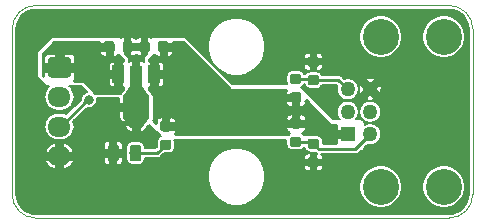
<source format=gtl>
G04 #@! TF.GenerationSoftware,KiCad,Pcbnew,(6.0.0-rc1-dev-1-g01c5bdfb8)*
G04 #@! TF.CreationDate,2019-01-03T14:47:18+01:00*
G04 #@! TF.ProjectId,nunchuk_breakout,6E756E6368756B5F627265616B6F7574,rev?*
G04 #@! TF.SameCoordinates,Original*
G04 #@! TF.FileFunction,Copper,L1,Top,Signal*
G04 #@! TF.FilePolarity,Positive*
%FSLAX46Y46*%
G04 Gerber Fmt 4.6, Leading zero omitted, Abs format (unit mm)*
G04 Created by KiCad (PCBNEW (6.0.0-rc1-dev-1-g01c5bdfb8)) date Thu Jan  3 14:47:18 2019*
%MOMM*%
%LPD*%
G01*
G04 APERTURE LIST*
G04 #@! TA.AperFunction,NonConductor*
%ADD10C,0.100000*%
G04 #@! TD*
G04 #@! TA.AperFunction,Conductor*
%ADD11C,0.100000*%
G04 #@! TD*
G04 #@! TA.AperFunction,SMDPad,CuDef*
%ADD12C,0.875000*%
G04 #@! TD*
G04 #@! TA.AperFunction,ComponentPad*
%ADD13C,1.700000*%
G04 #@! TD*
G04 #@! TA.AperFunction,ComponentPad*
%ADD14O,1.950000X1.700000*%
G04 #@! TD*
G04 #@! TA.AperFunction,SMDPad,CuDef*
%ADD15C,0.975000*%
G04 #@! TD*
G04 #@! TA.AperFunction,SMDPad,CuDef*
%ADD16C,0.850000*%
G04 #@! TD*
G04 #@! TA.AperFunction,SMDPad,CuDef*
%ADD17R,1.000000X1.500000*%
G04 #@! TD*
G04 #@! TA.AperFunction,SMDPad,CuDef*
%ADD18R,1.000000X1.800000*%
G04 #@! TD*
G04 #@! TA.AperFunction,SMDPad,CuDef*
%ADD19R,2.200000X1.840000*%
G04 #@! TD*
G04 #@! TA.AperFunction,SMDPad,CuDef*
%ADD20C,1.000000*%
G04 #@! TD*
G04 #@! TA.AperFunction,ComponentPad*
%ADD21R,1.270000X1.270000*%
G04 #@! TD*
G04 #@! TA.AperFunction,ComponentPad*
%ADD22C,1.270000*%
G04 #@! TD*
G04 #@! TA.AperFunction,ComponentPad*
%ADD23C,3.048000*%
G04 #@! TD*
G04 #@! TA.AperFunction,ViaPad*
%ADD24C,0.800000*%
G04 #@! TD*
G04 #@! TA.AperFunction,Conductor*
%ADD25C,0.250000*%
G04 #@! TD*
G04 #@! TA.AperFunction,Conductor*
%ADD26C,0.254000*%
G04 #@! TD*
G04 #@! TA.AperFunction,Conductor*
%ADD27C,0.200000*%
G04 #@! TD*
G04 APERTURE END LIST*
D10*
X133000000Y-91000000D02*
G75*
G02X135000000Y-93000000I0J-2000000D01*
G01*
X135000000Y-107000000D02*
G75*
G02X133000000Y-109000000I-2000000J0D01*
G01*
X98000000Y-109000000D02*
G75*
G02X96000000Y-107000000I0J2000000D01*
G01*
X96000000Y-93000000D02*
G75*
G02X98000000Y-91000000I2000000J0D01*
G01*
X135000000Y-107000000D02*
X135000000Y-93000000D01*
X98000000Y-109000000D02*
X133000000Y-109000000D01*
X96000000Y-93000000D02*
X96000000Y-107000000D01*
X133000000Y-91000000D02*
X98000000Y-91000000D01*
D11*
G04 #@! TO.N,SCL*
G04 #@! TO.C,C2*
G36*
X121777691Y-102276054D02*
X121798926Y-102279204D01*
X121819750Y-102284420D01*
X121839962Y-102291652D01*
X121859368Y-102300831D01*
X121877781Y-102311867D01*
X121895024Y-102324655D01*
X121910930Y-102339071D01*
X121925346Y-102354977D01*
X121938134Y-102372220D01*
X121949170Y-102390633D01*
X121958349Y-102410039D01*
X121965581Y-102430251D01*
X121970797Y-102451075D01*
X121973947Y-102472310D01*
X121975000Y-102493751D01*
X121975000Y-102931251D01*
X121973947Y-102952692D01*
X121970797Y-102973927D01*
X121965581Y-102994751D01*
X121958349Y-103014963D01*
X121949170Y-103034369D01*
X121938134Y-103052782D01*
X121925346Y-103070025D01*
X121910930Y-103085931D01*
X121895024Y-103100347D01*
X121877781Y-103113135D01*
X121859368Y-103124171D01*
X121839962Y-103133350D01*
X121819750Y-103140582D01*
X121798926Y-103145798D01*
X121777691Y-103148948D01*
X121756250Y-103150001D01*
X121243750Y-103150001D01*
X121222309Y-103148948D01*
X121201074Y-103145798D01*
X121180250Y-103140582D01*
X121160038Y-103133350D01*
X121140632Y-103124171D01*
X121122219Y-103113135D01*
X121104976Y-103100347D01*
X121089070Y-103085931D01*
X121074654Y-103070025D01*
X121061866Y-103052782D01*
X121050830Y-103034369D01*
X121041651Y-103014963D01*
X121034419Y-102994751D01*
X121029203Y-102973927D01*
X121026053Y-102952692D01*
X121025000Y-102931251D01*
X121025000Y-102493751D01*
X121026053Y-102472310D01*
X121029203Y-102451075D01*
X121034419Y-102430251D01*
X121041651Y-102410039D01*
X121050830Y-102390633D01*
X121061866Y-102372220D01*
X121074654Y-102354977D01*
X121089070Y-102339071D01*
X121104976Y-102324655D01*
X121122219Y-102311867D01*
X121140632Y-102300831D01*
X121160038Y-102291652D01*
X121180250Y-102284420D01*
X121201074Y-102279204D01*
X121222309Y-102276054D01*
X121243750Y-102275001D01*
X121756250Y-102275001D01*
X121777691Y-102276054D01*
X121777691Y-102276054D01*
G37*
D12*
G04 #@! TD*
G04 #@! TO.P,C2,2*
G04 #@! TO.N,SCL*
X121500000Y-102712501D03*
D11*
G04 #@! TO.N,GND*
G04 #@! TO.C,C2*
G36*
X121777691Y-103851054D02*
X121798926Y-103854204D01*
X121819750Y-103859420D01*
X121839962Y-103866652D01*
X121859368Y-103875831D01*
X121877781Y-103886867D01*
X121895024Y-103899655D01*
X121910930Y-103914071D01*
X121925346Y-103929977D01*
X121938134Y-103947220D01*
X121949170Y-103965633D01*
X121958349Y-103985039D01*
X121965581Y-104005251D01*
X121970797Y-104026075D01*
X121973947Y-104047310D01*
X121975000Y-104068751D01*
X121975000Y-104506251D01*
X121973947Y-104527692D01*
X121970797Y-104548927D01*
X121965581Y-104569751D01*
X121958349Y-104589963D01*
X121949170Y-104609369D01*
X121938134Y-104627782D01*
X121925346Y-104645025D01*
X121910930Y-104660931D01*
X121895024Y-104675347D01*
X121877781Y-104688135D01*
X121859368Y-104699171D01*
X121839962Y-104708350D01*
X121819750Y-104715582D01*
X121798926Y-104720798D01*
X121777691Y-104723948D01*
X121756250Y-104725001D01*
X121243750Y-104725001D01*
X121222309Y-104723948D01*
X121201074Y-104720798D01*
X121180250Y-104715582D01*
X121160038Y-104708350D01*
X121140632Y-104699171D01*
X121122219Y-104688135D01*
X121104976Y-104675347D01*
X121089070Y-104660931D01*
X121074654Y-104645025D01*
X121061866Y-104627782D01*
X121050830Y-104609369D01*
X121041651Y-104589963D01*
X121034419Y-104569751D01*
X121029203Y-104548927D01*
X121026053Y-104527692D01*
X121025000Y-104506251D01*
X121025000Y-104068751D01*
X121026053Y-104047310D01*
X121029203Y-104026075D01*
X121034419Y-104005251D01*
X121041651Y-103985039D01*
X121050830Y-103965633D01*
X121061866Y-103947220D01*
X121074654Y-103929977D01*
X121089070Y-103914071D01*
X121104976Y-103899655D01*
X121122219Y-103886867D01*
X121140632Y-103875831D01*
X121160038Y-103866652D01*
X121180250Y-103859420D01*
X121201074Y-103854204D01*
X121222309Y-103851054D01*
X121243750Y-103850001D01*
X121756250Y-103850001D01*
X121777691Y-103851054D01*
X121777691Y-103851054D01*
G37*
D12*
G04 #@! TD*
G04 #@! TO.P,C2,1*
G04 #@! TO.N,GND*
X121500000Y-104287501D03*
D11*
G04 #@! TO.N,SDA*
G04 #@! TO.C,C1*
G36*
X121777691Y-96888554D02*
X121798926Y-96891704D01*
X121819750Y-96896920D01*
X121839962Y-96904152D01*
X121859368Y-96913331D01*
X121877781Y-96924367D01*
X121895024Y-96937155D01*
X121910930Y-96951571D01*
X121925346Y-96967477D01*
X121938134Y-96984720D01*
X121949170Y-97003133D01*
X121958349Y-97022539D01*
X121965581Y-97042751D01*
X121970797Y-97063575D01*
X121973947Y-97084810D01*
X121975000Y-97106251D01*
X121975000Y-97543751D01*
X121973947Y-97565192D01*
X121970797Y-97586427D01*
X121965581Y-97607251D01*
X121958349Y-97627463D01*
X121949170Y-97646869D01*
X121938134Y-97665282D01*
X121925346Y-97682525D01*
X121910930Y-97698431D01*
X121895024Y-97712847D01*
X121877781Y-97725635D01*
X121859368Y-97736671D01*
X121839962Y-97745850D01*
X121819750Y-97753082D01*
X121798926Y-97758298D01*
X121777691Y-97761448D01*
X121756250Y-97762501D01*
X121243750Y-97762501D01*
X121222309Y-97761448D01*
X121201074Y-97758298D01*
X121180250Y-97753082D01*
X121160038Y-97745850D01*
X121140632Y-97736671D01*
X121122219Y-97725635D01*
X121104976Y-97712847D01*
X121089070Y-97698431D01*
X121074654Y-97682525D01*
X121061866Y-97665282D01*
X121050830Y-97646869D01*
X121041651Y-97627463D01*
X121034419Y-97607251D01*
X121029203Y-97586427D01*
X121026053Y-97565192D01*
X121025000Y-97543751D01*
X121025000Y-97106251D01*
X121026053Y-97084810D01*
X121029203Y-97063575D01*
X121034419Y-97042751D01*
X121041651Y-97022539D01*
X121050830Y-97003133D01*
X121061866Y-96984720D01*
X121074654Y-96967477D01*
X121089070Y-96951571D01*
X121104976Y-96937155D01*
X121122219Y-96924367D01*
X121140632Y-96913331D01*
X121160038Y-96904152D01*
X121180250Y-96896920D01*
X121201074Y-96891704D01*
X121222309Y-96888554D01*
X121243750Y-96887501D01*
X121756250Y-96887501D01*
X121777691Y-96888554D01*
X121777691Y-96888554D01*
G37*
D12*
G04 #@! TD*
G04 #@! TO.P,C1,1*
G04 #@! TO.N,SDA*
X121500000Y-97325001D03*
D11*
G04 #@! TO.N,GND*
G04 #@! TO.C,C1*
G36*
X121777691Y-95313554D02*
X121798926Y-95316704D01*
X121819750Y-95321920D01*
X121839962Y-95329152D01*
X121859368Y-95338331D01*
X121877781Y-95349367D01*
X121895024Y-95362155D01*
X121910930Y-95376571D01*
X121925346Y-95392477D01*
X121938134Y-95409720D01*
X121949170Y-95428133D01*
X121958349Y-95447539D01*
X121965581Y-95467751D01*
X121970797Y-95488575D01*
X121973947Y-95509810D01*
X121975000Y-95531251D01*
X121975000Y-95968751D01*
X121973947Y-95990192D01*
X121970797Y-96011427D01*
X121965581Y-96032251D01*
X121958349Y-96052463D01*
X121949170Y-96071869D01*
X121938134Y-96090282D01*
X121925346Y-96107525D01*
X121910930Y-96123431D01*
X121895024Y-96137847D01*
X121877781Y-96150635D01*
X121859368Y-96161671D01*
X121839962Y-96170850D01*
X121819750Y-96178082D01*
X121798926Y-96183298D01*
X121777691Y-96186448D01*
X121756250Y-96187501D01*
X121243750Y-96187501D01*
X121222309Y-96186448D01*
X121201074Y-96183298D01*
X121180250Y-96178082D01*
X121160038Y-96170850D01*
X121140632Y-96161671D01*
X121122219Y-96150635D01*
X121104976Y-96137847D01*
X121089070Y-96123431D01*
X121074654Y-96107525D01*
X121061866Y-96090282D01*
X121050830Y-96071869D01*
X121041651Y-96052463D01*
X121034419Y-96032251D01*
X121029203Y-96011427D01*
X121026053Y-95990192D01*
X121025000Y-95968751D01*
X121025000Y-95531251D01*
X121026053Y-95509810D01*
X121029203Y-95488575D01*
X121034419Y-95467751D01*
X121041651Y-95447539D01*
X121050830Y-95428133D01*
X121061866Y-95409720D01*
X121074654Y-95392477D01*
X121089070Y-95376571D01*
X121104976Y-95362155D01*
X121122219Y-95349367D01*
X121140632Y-95338331D01*
X121160038Y-95329152D01*
X121180250Y-95321920D01*
X121201074Y-95316704D01*
X121222309Y-95313554D01*
X121243750Y-95312501D01*
X121756250Y-95312501D01*
X121777691Y-95313554D01*
X121777691Y-95313554D01*
G37*
D12*
G04 #@! TD*
G04 #@! TO.P,C1,2*
G04 #@! TO.N,GND*
X121500000Y-95750001D03*
D11*
G04 #@! TO.N,VDD*
G04 #@! TO.C,J1*
G36*
X100749504Y-95401204D02*
X100773773Y-95404804D01*
X100797571Y-95410765D01*
X100820671Y-95419030D01*
X100842849Y-95429520D01*
X100863893Y-95442133D01*
X100883598Y-95456747D01*
X100901777Y-95473223D01*
X100918253Y-95491402D01*
X100932867Y-95511107D01*
X100945480Y-95532151D01*
X100955970Y-95554329D01*
X100964235Y-95577429D01*
X100970196Y-95601227D01*
X100973796Y-95625496D01*
X100975000Y-95650000D01*
X100975000Y-96850000D01*
X100973796Y-96874504D01*
X100970196Y-96898773D01*
X100964235Y-96922571D01*
X100955970Y-96945671D01*
X100945480Y-96967849D01*
X100932867Y-96988893D01*
X100918253Y-97008598D01*
X100901777Y-97026777D01*
X100883598Y-97043253D01*
X100863893Y-97057867D01*
X100842849Y-97070480D01*
X100820671Y-97080970D01*
X100797571Y-97089235D01*
X100773773Y-97095196D01*
X100749504Y-97098796D01*
X100725000Y-97100000D01*
X99275000Y-97100000D01*
X99250496Y-97098796D01*
X99226227Y-97095196D01*
X99202429Y-97089235D01*
X99179329Y-97080970D01*
X99157151Y-97070480D01*
X99136107Y-97057867D01*
X99116402Y-97043253D01*
X99098223Y-97026777D01*
X99081747Y-97008598D01*
X99067133Y-96988893D01*
X99054520Y-96967849D01*
X99044030Y-96945671D01*
X99035765Y-96922571D01*
X99029804Y-96898773D01*
X99026204Y-96874504D01*
X99025000Y-96850000D01*
X99025000Y-95650000D01*
X99026204Y-95625496D01*
X99029804Y-95601227D01*
X99035765Y-95577429D01*
X99044030Y-95554329D01*
X99054520Y-95532151D01*
X99067133Y-95511107D01*
X99081747Y-95491402D01*
X99098223Y-95473223D01*
X99116402Y-95456747D01*
X99136107Y-95442133D01*
X99157151Y-95429520D01*
X99179329Y-95419030D01*
X99202429Y-95410765D01*
X99226227Y-95404804D01*
X99250496Y-95401204D01*
X99275000Y-95400000D01*
X100725000Y-95400000D01*
X100749504Y-95401204D01*
X100749504Y-95401204D01*
G37*
D13*
G04 #@! TD*
G04 #@! TO.P,J1,1*
G04 #@! TO.N,VDD*
X100000000Y-96250000D03*
D14*
G04 #@! TO.P,J1,2*
G04 #@! TO.N,SCL*
X100000000Y-98750000D03*
G04 #@! TO.P,J1,3*
G04 #@! TO.N,SDA*
X100000000Y-101250000D03*
G04 #@! TO.P,J1,4*
G04 #@! TO.N,GND*
X100000000Y-103750000D03*
G04 #@! TD*
D11*
G04 #@! TO.N,GND*
G04 #@! TO.C,D1*
G36*
X104830142Y-102801174D02*
X104853803Y-102804684D01*
X104877007Y-102810496D01*
X104899529Y-102818554D01*
X104921153Y-102828782D01*
X104941670Y-102841079D01*
X104960883Y-102855329D01*
X104978607Y-102871393D01*
X104994671Y-102889117D01*
X105008921Y-102908330D01*
X105021218Y-102928847D01*
X105031446Y-102950471D01*
X105039504Y-102972993D01*
X105045316Y-102996197D01*
X105048826Y-103019858D01*
X105050000Y-103043750D01*
X105050000Y-103956250D01*
X105048826Y-103980142D01*
X105045316Y-104003803D01*
X105039504Y-104027007D01*
X105031446Y-104049529D01*
X105021218Y-104071153D01*
X105008921Y-104091670D01*
X104994671Y-104110883D01*
X104978607Y-104128607D01*
X104960883Y-104144671D01*
X104941670Y-104158921D01*
X104921153Y-104171218D01*
X104899529Y-104181446D01*
X104877007Y-104189504D01*
X104853803Y-104195316D01*
X104830142Y-104198826D01*
X104806250Y-104200000D01*
X104318750Y-104200000D01*
X104294858Y-104198826D01*
X104271197Y-104195316D01*
X104247993Y-104189504D01*
X104225471Y-104181446D01*
X104203847Y-104171218D01*
X104183330Y-104158921D01*
X104164117Y-104144671D01*
X104146393Y-104128607D01*
X104130329Y-104110883D01*
X104116079Y-104091670D01*
X104103782Y-104071153D01*
X104093554Y-104049529D01*
X104085496Y-104027007D01*
X104079684Y-104003803D01*
X104076174Y-103980142D01*
X104075000Y-103956250D01*
X104075000Y-103043750D01*
X104076174Y-103019858D01*
X104079684Y-102996197D01*
X104085496Y-102972993D01*
X104093554Y-102950471D01*
X104103782Y-102928847D01*
X104116079Y-102908330D01*
X104130329Y-102889117D01*
X104146393Y-102871393D01*
X104164117Y-102855329D01*
X104183330Y-102841079D01*
X104203847Y-102828782D01*
X104225471Y-102818554D01*
X104247993Y-102810496D01*
X104271197Y-102804684D01*
X104294858Y-102801174D01*
X104318750Y-102800000D01*
X104806250Y-102800000D01*
X104830142Y-102801174D01*
X104830142Y-102801174D01*
G37*
D15*
G04 #@! TD*
G04 #@! TO.P,D1,1*
G04 #@! TO.N,GND*
X104562500Y-103500000D03*
D11*
G04 #@! TO.N,Net-(D1-Pad2)*
G04 #@! TO.C,D1*
G36*
X106705142Y-102801174D02*
X106728803Y-102804684D01*
X106752007Y-102810496D01*
X106774529Y-102818554D01*
X106796153Y-102828782D01*
X106816670Y-102841079D01*
X106835883Y-102855329D01*
X106853607Y-102871393D01*
X106869671Y-102889117D01*
X106883921Y-102908330D01*
X106896218Y-102928847D01*
X106906446Y-102950471D01*
X106914504Y-102972993D01*
X106920316Y-102996197D01*
X106923826Y-103019858D01*
X106925000Y-103043750D01*
X106925000Y-103956250D01*
X106923826Y-103980142D01*
X106920316Y-104003803D01*
X106914504Y-104027007D01*
X106906446Y-104049529D01*
X106896218Y-104071153D01*
X106883921Y-104091670D01*
X106869671Y-104110883D01*
X106853607Y-104128607D01*
X106835883Y-104144671D01*
X106816670Y-104158921D01*
X106796153Y-104171218D01*
X106774529Y-104181446D01*
X106752007Y-104189504D01*
X106728803Y-104195316D01*
X106705142Y-104198826D01*
X106681250Y-104200000D01*
X106193750Y-104200000D01*
X106169858Y-104198826D01*
X106146197Y-104195316D01*
X106122993Y-104189504D01*
X106100471Y-104181446D01*
X106078847Y-104171218D01*
X106058330Y-104158921D01*
X106039117Y-104144671D01*
X106021393Y-104128607D01*
X106005329Y-104110883D01*
X105991079Y-104091670D01*
X105978782Y-104071153D01*
X105968554Y-104049529D01*
X105960496Y-104027007D01*
X105954684Y-104003803D01*
X105951174Y-103980142D01*
X105950000Y-103956250D01*
X105950000Y-103043750D01*
X105951174Y-103019858D01*
X105954684Y-102996197D01*
X105960496Y-102972993D01*
X105968554Y-102950471D01*
X105978782Y-102928847D01*
X105991079Y-102908330D01*
X106005329Y-102889117D01*
X106021393Y-102871393D01*
X106039117Y-102855329D01*
X106058330Y-102841079D01*
X106078847Y-102828782D01*
X106100471Y-102818554D01*
X106122993Y-102810496D01*
X106146197Y-102804684D01*
X106169858Y-102801174D01*
X106193750Y-102800000D01*
X106681250Y-102800000D01*
X106705142Y-102801174D01*
X106705142Y-102801174D01*
G37*
D15*
G04 #@! TD*
G04 #@! TO.P,D1,2*
G04 #@! TO.N,Net-(D1-Pad2)*
X106437500Y-103500000D03*
D11*
G04 #@! TO.N,SDA*
G04 #@! TO.C,R2*
G36*
X120277691Y-96776053D02*
X120298926Y-96779203D01*
X120319750Y-96784419D01*
X120339962Y-96791651D01*
X120359368Y-96800830D01*
X120377781Y-96811866D01*
X120395024Y-96824654D01*
X120410930Y-96839070D01*
X120425346Y-96854976D01*
X120438134Y-96872219D01*
X120449170Y-96890632D01*
X120458349Y-96910038D01*
X120465581Y-96930250D01*
X120470797Y-96951074D01*
X120473947Y-96972309D01*
X120475000Y-96993750D01*
X120475000Y-97431250D01*
X120473947Y-97452691D01*
X120470797Y-97473926D01*
X120465581Y-97494750D01*
X120458349Y-97514962D01*
X120449170Y-97534368D01*
X120438134Y-97552781D01*
X120425346Y-97570024D01*
X120410930Y-97585930D01*
X120395024Y-97600346D01*
X120377781Y-97613134D01*
X120359368Y-97624170D01*
X120339962Y-97633349D01*
X120319750Y-97640581D01*
X120298926Y-97645797D01*
X120277691Y-97648947D01*
X120256250Y-97650000D01*
X119743750Y-97650000D01*
X119722309Y-97648947D01*
X119701074Y-97645797D01*
X119680250Y-97640581D01*
X119660038Y-97633349D01*
X119640632Y-97624170D01*
X119622219Y-97613134D01*
X119604976Y-97600346D01*
X119589070Y-97585930D01*
X119574654Y-97570024D01*
X119561866Y-97552781D01*
X119550830Y-97534368D01*
X119541651Y-97514962D01*
X119534419Y-97494750D01*
X119529203Y-97473926D01*
X119526053Y-97452691D01*
X119525000Y-97431250D01*
X119525000Y-96993750D01*
X119526053Y-96972309D01*
X119529203Y-96951074D01*
X119534419Y-96930250D01*
X119541651Y-96910038D01*
X119550830Y-96890632D01*
X119561866Y-96872219D01*
X119574654Y-96854976D01*
X119589070Y-96839070D01*
X119604976Y-96824654D01*
X119622219Y-96811866D01*
X119640632Y-96800830D01*
X119660038Y-96791651D01*
X119680250Y-96784419D01*
X119701074Y-96779203D01*
X119722309Y-96776053D01*
X119743750Y-96775000D01*
X120256250Y-96775000D01*
X120277691Y-96776053D01*
X120277691Y-96776053D01*
G37*
D12*
G04 #@! TD*
G04 #@! TO.P,R2,2*
G04 #@! TO.N,SDA*
X120000000Y-97212500D03*
D11*
G04 #@! TO.N,VCC*
G04 #@! TO.C,R2*
G36*
X120277691Y-98351053D02*
X120298926Y-98354203D01*
X120319750Y-98359419D01*
X120339962Y-98366651D01*
X120359368Y-98375830D01*
X120377781Y-98386866D01*
X120395024Y-98399654D01*
X120410930Y-98414070D01*
X120425346Y-98429976D01*
X120438134Y-98447219D01*
X120449170Y-98465632D01*
X120458349Y-98485038D01*
X120465581Y-98505250D01*
X120470797Y-98526074D01*
X120473947Y-98547309D01*
X120475000Y-98568750D01*
X120475000Y-99006250D01*
X120473947Y-99027691D01*
X120470797Y-99048926D01*
X120465581Y-99069750D01*
X120458349Y-99089962D01*
X120449170Y-99109368D01*
X120438134Y-99127781D01*
X120425346Y-99145024D01*
X120410930Y-99160930D01*
X120395024Y-99175346D01*
X120377781Y-99188134D01*
X120359368Y-99199170D01*
X120339962Y-99208349D01*
X120319750Y-99215581D01*
X120298926Y-99220797D01*
X120277691Y-99223947D01*
X120256250Y-99225000D01*
X119743750Y-99225000D01*
X119722309Y-99223947D01*
X119701074Y-99220797D01*
X119680250Y-99215581D01*
X119660038Y-99208349D01*
X119640632Y-99199170D01*
X119622219Y-99188134D01*
X119604976Y-99175346D01*
X119589070Y-99160930D01*
X119574654Y-99145024D01*
X119561866Y-99127781D01*
X119550830Y-99109368D01*
X119541651Y-99089962D01*
X119534419Y-99069750D01*
X119529203Y-99048926D01*
X119526053Y-99027691D01*
X119525000Y-99006250D01*
X119525000Y-98568750D01*
X119526053Y-98547309D01*
X119529203Y-98526074D01*
X119534419Y-98505250D01*
X119541651Y-98485038D01*
X119550830Y-98465632D01*
X119561866Y-98447219D01*
X119574654Y-98429976D01*
X119589070Y-98414070D01*
X119604976Y-98399654D01*
X119622219Y-98386866D01*
X119640632Y-98375830D01*
X119660038Y-98366651D01*
X119680250Y-98359419D01*
X119701074Y-98354203D01*
X119722309Y-98351053D01*
X119743750Y-98350000D01*
X120256250Y-98350000D01*
X120277691Y-98351053D01*
X120277691Y-98351053D01*
G37*
D12*
G04 #@! TD*
G04 #@! TO.P,R2,1*
G04 #@! TO.N,VCC*
X120000000Y-98787500D03*
D11*
G04 #@! TO.N,Net-(D1-Pad2)*
G04 #@! TO.C,R1*
G36*
X109277691Y-102351053D02*
X109298926Y-102354203D01*
X109319750Y-102359419D01*
X109339962Y-102366651D01*
X109359368Y-102375830D01*
X109377781Y-102386866D01*
X109395024Y-102399654D01*
X109410930Y-102414070D01*
X109425346Y-102429976D01*
X109438134Y-102447219D01*
X109449170Y-102465632D01*
X109458349Y-102485038D01*
X109465581Y-102505250D01*
X109470797Y-102526074D01*
X109473947Y-102547309D01*
X109475000Y-102568750D01*
X109475000Y-103006250D01*
X109473947Y-103027691D01*
X109470797Y-103048926D01*
X109465581Y-103069750D01*
X109458349Y-103089962D01*
X109449170Y-103109368D01*
X109438134Y-103127781D01*
X109425346Y-103145024D01*
X109410930Y-103160930D01*
X109395024Y-103175346D01*
X109377781Y-103188134D01*
X109359368Y-103199170D01*
X109339962Y-103208349D01*
X109319750Y-103215581D01*
X109298926Y-103220797D01*
X109277691Y-103223947D01*
X109256250Y-103225000D01*
X108743750Y-103225000D01*
X108722309Y-103223947D01*
X108701074Y-103220797D01*
X108680250Y-103215581D01*
X108660038Y-103208349D01*
X108640632Y-103199170D01*
X108622219Y-103188134D01*
X108604976Y-103175346D01*
X108589070Y-103160930D01*
X108574654Y-103145024D01*
X108561866Y-103127781D01*
X108550830Y-103109368D01*
X108541651Y-103089962D01*
X108534419Y-103069750D01*
X108529203Y-103048926D01*
X108526053Y-103027691D01*
X108525000Y-103006250D01*
X108525000Y-102568750D01*
X108526053Y-102547309D01*
X108529203Y-102526074D01*
X108534419Y-102505250D01*
X108541651Y-102485038D01*
X108550830Y-102465632D01*
X108561866Y-102447219D01*
X108574654Y-102429976D01*
X108589070Y-102414070D01*
X108604976Y-102399654D01*
X108622219Y-102386866D01*
X108640632Y-102375830D01*
X108660038Y-102366651D01*
X108680250Y-102359419D01*
X108701074Y-102354203D01*
X108722309Y-102351053D01*
X108743750Y-102350000D01*
X109256250Y-102350000D01*
X109277691Y-102351053D01*
X109277691Y-102351053D01*
G37*
D12*
G04 #@! TD*
G04 #@! TO.P,R1,1*
G04 #@! TO.N,Net-(D1-Pad2)*
X109000000Y-102787500D03*
D11*
G04 #@! TO.N,VCC*
G04 #@! TO.C,R1*
G36*
X109277691Y-100776053D02*
X109298926Y-100779203D01*
X109319750Y-100784419D01*
X109339962Y-100791651D01*
X109359368Y-100800830D01*
X109377781Y-100811866D01*
X109395024Y-100824654D01*
X109410930Y-100839070D01*
X109425346Y-100854976D01*
X109438134Y-100872219D01*
X109449170Y-100890632D01*
X109458349Y-100910038D01*
X109465581Y-100930250D01*
X109470797Y-100951074D01*
X109473947Y-100972309D01*
X109475000Y-100993750D01*
X109475000Y-101431250D01*
X109473947Y-101452691D01*
X109470797Y-101473926D01*
X109465581Y-101494750D01*
X109458349Y-101514962D01*
X109449170Y-101534368D01*
X109438134Y-101552781D01*
X109425346Y-101570024D01*
X109410930Y-101585930D01*
X109395024Y-101600346D01*
X109377781Y-101613134D01*
X109359368Y-101624170D01*
X109339962Y-101633349D01*
X109319750Y-101640581D01*
X109298926Y-101645797D01*
X109277691Y-101648947D01*
X109256250Y-101650000D01*
X108743750Y-101650000D01*
X108722309Y-101648947D01*
X108701074Y-101645797D01*
X108680250Y-101640581D01*
X108660038Y-101633349D01*
X108640632Y-101624170D01*
X108622219Y-101613134D01*
X108604976Y-101600346D01*
X108589070Y-101585930D01*
X108574654Y-101570024D01*
X108561866Y-101552781D01*
X108550830Y-101534368D01*
X108541651Y-101514962D01*
X108534419Y-101494750D01*
X108529203Y-101473926D01*
X108526053Y-101452691D01*
X108525000Y-101431250D01*
X108525000Y-100993750D01*
X108526053Y-100972309D01*
X108529203Y-100951074D01*
X108534419Y-100930250D01*
X108541651Y-100910038D01*
X108550830Y-100890632D01*
X108561866Y-100872219D01*
X108574654Y-100854976D01*
X108589070Y-100839070D01*
X108604976Y-100824654D01*
X108622219Y-100811866D01*
X108640632Y-100800830D01*
X108660038Y-100791651D01*
X108680250Y-100784419D01*
X108701074Y-100779203D01*
X108722309Y-100776053D01*
X108743750Y-100775000D01*
X109256250Y-100775000D01*
X109277691Y-100776053D01*
X109277691Y-100776053D01*
G37*
D12*
G04 #@! TD*
G04 #@! TO.P,R1,2*
G04 #@! TO.N,VCC*
X109000000Y-101212500D03*
D16*
G04 #@! TO.P,U1,2*
G04 #@! TO.N,GND*
X106500000Y-100943200D03*
D11*
G04 #@! TD*
G04 #@! TO.N,GND*
G04 #@! TO.C,U1*
G36*
X107600000Y-100518200D02*
X107000000Y-101368200D01*
X106000000Y-101368200D01*
X105400000Y-100518200D01*
X107600000Y-100518200D01*
X107600000Y-100518200D01*
G37*
D17*
G04 #@! TO.P,U1,1*
G04 #@! TO.N,VCC*
X108000000Y-96796200D03*
D18*
G04 #@! TO.P,U1,2*
G04 #@! TO.N,GND*
X106500000Y-96942700D03*
D17*
G04 #@! TO.P,U1,3*
G04 #@! TO.N,VDD*
X105000000Y-96796200D03*
D19*
G04 #@! TO.P,U1,2*
G04 #@! TO.N,GND*
X106500000Y-99609700D03*
D20*
X106500000Y-98200000D03*
D11*
G04 #@! TD*
G04 #@! TO.N,GND*
G04 #@! TO.C,U1*
G36*
X105400000Y-98700000D02*
X106100000Y-97700000D01*
X106900000Y-97700000D01*
X107600000Y-98700000D01*
X105400000Y-98700000D01*
X105400000Y-98700000D01*
G37*
G04 #@! TO.N,GND*
G04 #@! TO.C,C4*
G36*
X107452691Y-94026053D02*
X107473926Y-94029203D01*
X107494750Y-94034419D01*
X107514962Y-94041651D01*
X107534368Y-94050830D01*
X107552781Y-94061866D01*
X107570024Y-94074654D01*
X107585930Y-94089070D01*
X107600346Y-94104976D01*
X107613134Y-94122219D01*
X107624170Y-94140632D01*
X107633349Y-94160038D01*
X107640581Y-94180250D01*
X107645797Y-94201074D01*
X107648947Y-94222309D01*
X107650000Y-94243750D01*
X107650000Y-94756250D01*
X107648947Y-94777691D01*
X107645797Y-94798926D01*
X107640581Y-94819750D01*
X107633349Y-94839962D01*
X107624170Y-94859368D01*
X107613134Y-94877781D01*
X107600346Y-94895024D01*
X107585930Y-94910930D01*
X107570024Y-94925346D01*
X107552781Y-94938134D01*
X107534368Y-94949170D01*
X107514962Y-94958349D01*
X107494750Y-94965581D01*
X107473926Y-94970797D01*
X107452691Y-94973947D01*
X107431250Y-94975000D01*
X106993750Y-94975000D01*
X106972309Y-94973947D01*
X106951074Y-94970797D01*
X106930250Y-94965581D01*
X106910038Y-94958349D01*
X106890632Y-94949170D01*
X106872219Y-94938134D01*
X106854976Y-94925346D01*
X106839070Y-94910930D01*
X106824654Y-94895024D01*
X106811866Y-94877781D01*
X106800830Y-94859368D01*
X106791651Y-94839962D01*
X106784419Y-94819750D01*
X106779203Y-94798926D01*
X106776053Y-94777691D01*
X106775000Y-94756250D01*
X106775000Y-94243750D01*
X106776053Y-94222309D01*
X106779203Y-94201074D01*
X106784419Y-94180250D01*
X106791651Y-94160038D01*
X106800830Y-94140632D01*
X106811866Y-94122219D01*
X106824654Y-94104976D01*
X106839070Y-94089070D01*
X106854976Y-94074654D01*
X106872219Y-94061866D01*
X106890632Y-94050830D01*
X106910038Y-94041651D01*
X106930250Y-94034419D01*
X106951074Y-94029203D01*
X106972309Y-94026053D01*
X106993750Y-94025000D01*
X107431250Y-94025000D01*
X107452691Y-94026053D01*
X107452691Y-94026053D01*
G37*
D12*
G04 #@! TD*
G04 #@! TO.P,C4,2*
G04 #@! TO.N,GND*
X107212500Y-94500000D03*
D11*
G04 #@! TO.N,VCC*
G04 #@! TO.C,C4*
G36*
X109027691Y-94026053D02*
X109048926Y-94029203D01*
X109069750Y-94034419D01*
X109089962Y-94041651D01*
X109109368Y-94050830D01*
X109127781Y-94061866D01*
X109145024Y-94074654D01*
X109160930Y-94089070D01*
X109175346Y-94104976D01*
X109188134Y-94122219D01*
X109199170Y-94140632D01*
X109208349Y-94160038D01*
X109215581Y-94180250D01*
X109220797Y-94201074D01*
X109223947Y-94222309D01*
X109225000Y-94243750D01*
X109225000Y-94756250D01*
X109223947Y-94777691D01*
X109220797Y-94798926D01*
X109215581Y-94819750D01*
X109208349Y-94839962D01*
X109199170Y-94859368D01*
X109188134Y-94877781D01*
X109175346Y-94895024D01*
X109160930Y-94910930D01*
X109145024Y-94925346D01*
X109127781Y-94938134D01*
X109109368Y-94949170D01*
X109089962Y-94958349D01*
X109069750Y-94965581D01*
X109048926Y-94970797D01*
X109027691Y-94973947D01*
X109006250Y-94975000D01*
X108568750Y-94975000D01*
X108547309Y-94973947D01*
X108526074Y-94970797D01*
X108505250Y-94965581D01*
X108485038Y-94958349D01*
X108465632Y-94949170D01*
X108447219Y-94938134D01*
X108429976Y-94925346D01*
X108414070Y-94910930D01*
X108399654Y-94895024D01*
X108386866Y-94877781D01*
X108375830Y-94859368D01*
X108366651Y-94839962D01*
X108359419Y-94819750D01*
X108354203Y-94798926D01*
X108351053Y-94777691D01*
X108350000Y-94756250D01*
X108350000Y-94243750D01*
X108351053Y-94222309D01*
X108354203Y-94201074D01*
X108359419Y-94180250D01*
X108366651Y-94160038D01*
X108375830Y-94140632D01*
X108386866Y-94122219D01*
X108399654Y-94104976D01*
X108414070Y-94089070D01*
X108429976Y-94074654D01*
X108447219Y-94061866D01*
X108465632Y-94050830D01*
X108485038Y-94041651D01*
X108505250Y-94034419D01*
X108526074Y-94029203D01*
X108547309Y-94026053D01*
X108568750Y-94025000D01*
X109006250Y-94025000D01*
X109027691Y-94026053D01*
X109027691Y-94026053D01*
G37*
D12*
G04 #@! TD*
G04 #@! TO.P,C4,1*
G04 #@! TO.N,VCC*
X108787500Y-94500000D03*
D11*
G04 #@! TO.N,VDD*
G04 #@! TO.C,C3*
G36*
X104452691Y-94026053D02*
X104473926Y-94029203D01*
X104494750Y-94034419D01*
X104514962Y-94041651D01*
X104534368Y-94050830D01*
X104552781Y-94061866D01*
X104570024Y-94074654D01*
X104585930Y-94089070D01*
X104600346Y-94104976D01*
X104613134Y-94122219D01*
X104624170Y-94140632D01*
X104633349Y-94160038D01*
X104640581Y-94180250D01*
X104645797Y-94201074D01*
X104648947Y-94222309D01*
X104650000Y-94243750D01*
X104650000Y-94756250D01*
X104648947Y-94777691D01*
X104645797Y-94798926D01*
X104640581Y-94819750D01*
X104633349Y-94839962D01*
X104624170Y-94859368D01*
X104613134Y-94877781D01*
X104600346Y-94895024D01*
X104585930Y-94910930D01*
X104570024Y-94925346D01*
X104552781Y-94938134D01*
X104534368Y-94949170D01*
X104514962Y-94958349D01*
X104494750Y-94965581D01*
X104473926Y-94970797D01*
X104452691Y-94973947D01*
X104431250Y-94975000D01*
X103993750Y-94975000D01*
X103972309Y-94973947D01*
X103951074Y-94970797D01*
X103930250Y-94965581D01*
X103910038Y-94958349D01*
X103890632Y-94949170D01*
X103872219Y-94938134D01*
X103854976Y-94925346D01*
X103839070Y-94910930D01*
X103824654Y-94895024D01*
X103811866Y-94877781D01*
X103800830Y-94859368D01*
X103791651Y-94839962D01*
X103784419Y-94819750D01*
X103779203Y-94798926D01*
X103776053Y-94777691D01*
X103775000Y-94756250D01*
X103775000Y-94243750D01*
X103776053Y-94222309D01*
X103779203Y-94201074D01*
X103784419Y-94180250D01*
X103791651Y-94160038D01*
X103800830Y-94140632D01*
X103811866Y-94122219D01*
X103824654Y-94104976D01*
X103839070Y-94089070D01*
X103854976Y-94074654D01*
X103872219Y-94061866D01*
X103890632Y-94050830D01*
X103910038Y-94041651D01*
X103930250Y-94034419D01*
X103951074Y-94029203D01*
X103972309Y-94026053D01*
X103993750Y-94025000D01*
X104431250Y-94025000D01*
X104452691Y-94026053D01*
X104452691Y-94026053D01*
G37*
D12*
G04 #@! TD*
G04 #@! TO.P,C3,1*
G04 #@! TO.N,VDD*
X104212500Y-94500000D03*
D11*
G04 #@! TO.N,GND*
G04 #@! TO.C,C3*
G36*
X106027691Y-94026053D02*
X106048926Y-94029203D01*
X106069750Y-94034419D01*
X106089962Y-94041651D01*
X106109368Y-94050830D01*
X106127781Y-94061866D01*
X106145024Y-94074654D01*
X106160930Y-94089070D01*
X106175346Y-94104976D01*
X106188134Y-94122219D01*
X106199170Y-94140632D01*
X106208349Y-94160038D01*
X106215581Y-94180250D01*
X106220797Y-94201074D01*
X106223947Y-94222309D01*
X106225000Y-94243750D01*
X106225000Y-94756250D01*
X106223947Y-94777691D01*
X106220797Y-94798926D01*
X106215581Y-94819750D01*
X106208349Y-94839962D01*
X106199170Y-94859368D01*
X106188134Y-94877781D01*
X106175346Y-94895024D01*
X106160930Y-94910930D01*
X106145024Y-94925346D01*
X106127781Y-94938134D01*
X106109368Y-94949170D01*
X106089962Y-94958349D01*
X106069750Y-94965581D01*
X106048926Y-94970797D01*
X106027691Y-94973947D01*
X106006250Y-94975000D01*
X105568750Y-94975000D01*
X105547309Y-94973947D01*
X105526074Y-94970797D01*
X105505250Y-94965581D01*
X105485038Y-94958349D01*
X105465632Y-94949170D01*
X105447219Y-94938134D01*
X105429976Y-94925346D01*
X105414070Y-94910930D01*
X105399654Y-94895024D01*
X105386866Y-94877781D01*
X105375830Y-94859368D01*
X105366651Y-94839962D01*
X105359419Y-94819750D01*
X105354203Y-94798926D01*
X105351053Y-94777691D01*
X105350000Y-94756250D01*
X105350000Y-94243750D01*
X105351053Y-94222309D01*
X105354203Y-94201074D01*
X105359419Y-94180250D01*
X105366651Y-94160038D01*
X105375830Y-94140632D01*
X105386866Y-94122219D01*
X105399654Y-94104976D01*
X105414070Y-94089070D01*
X105429976Y-94074654D01*
X105447219Y-94061866D01*
X105465632Y-94050830D01*
X105485038Y-94041651D01*
X105505250Y-94034419D01*
X105526074Y-94029203D01*
X105547309Y-94026053D01*
X105568750Y-94025000D01*
X106006250Y-94025000D01*
X106027691Y-94026053D01*
X106027691Y-94026053D01*
G37*
D12*
G04 #@! TD*
G04 #@! TO.P,C3,2*
G04 #@! TO.N,GND*
X105787500Y-94500000D03*
D11*
G04 #@! TO.N,VCC*
G04 #@! TO.C,R3*
G36*
X120277691Y-100526053D02*
X120298926Y-100529203D01*
X120319750Y-100534419D01*
X120339962Y-100541651D01*
X120359368Y-100550830D01*
X120377781Y-100561866D01*
X120395024Y-100574654D01*
X120410930Y-100589070D01*
X120425346Y-100604976D01*
X120438134Y-100622219D01*
X120449170Y-100640632D01*
X120458349Y-100660038D01*
X120465581Y-100680250D01*
X120470797Y-100701074D01*
X120473947Y-100722309D01*
X120475000Y-100743750D01*
X120475000Y-101181250D01*
X120473947Y-101202691D01*
X120470797Y-101223926D01*
X120465581Y-101244750D01*
X120458349Y-101264962D01*
X120449170Y-101284368D01*
X120438134Y-101302781D01*
X120425346Y-101320024D01*
X120410930Y-101335930D01*
X120395024Y-101350346D01*
X120377781Y-101363134D01*
X120359368Y-101374170D01*
X120339962Y-101383349D01*
X120319750Y-101390581D01*
X120298926Y-101395797D01*
X120277691Y-101398947D01*
X120256250Y-101400000D01*
X119743750Y-101400000D01*
X119722309Y-101398947D01*
X119701074Y-101395797D01*
X119680250Y-101390581D01*
X119660038Y-101383349D01*
X119640632Y-101374170D01*
X119622219Y-101363134D01*
X119604976Y-101350346D01*
X119589070Y-101335930D01*
X119574654Y-101320024D01*
X119561866Y-101302781D01*
X119550830Y-101284368D01*
X119541651Y-101264962D01*
X119534419Y-101244750D01*
X119529203Y-101223926D01*
X119526053Y-101202691D01*
X119525000Y-101181250D01*
X119525000Y-100743750D01*
X119526053Y-100722309D01*
X119529203Y-100701074D01*
X119534419Y-100680250D01*
X119541651Y-100660038D01*
X119550830Y-100640632D01*
X119561866Y-100622219D01*
X119574654Y-100604976D01*
X119589070Y-100589070D01*
X119604976Y-100574654D01*
X119622219Y-100561866D01*
X119640632Y-100550830D01*
X119660038Y-100541651D01*
X119680250Y-100534419D01*
X119701074Y-100529203D01*
X119722309Y-100526053D01*
X119743750Y-100525000D01*
X120256250Y-100525000D01*
X120277691Y-100526053D01*
X120277691Y-100526053D01*
G37*
D12*
G04 #@! TD*
G04 #@! TO.P,R3,1*
G04 #@! TO.N,VCC*
X120000000Y-100962500D03*
D11*
G04 #@! TO.N,SCL*
G04 #@! TO.C,R3*
G36*
X120277691Y-102101053D02*
X120298926Y-102104203D01*
X120319750Y-102109419D01*
X120339962Y-102116651D01*
X120359368Y-102125830D01*
X120377781Y-102136866D01*
X120395024Y-102149654D01*
X120410930Y-102164070D01*
X120425346Y-102179976D01*
X120438134Y-102197219D01*
X120449170Y-102215632D01*
X120458349Y-102235038D01*
X120465581Y-102255250D01*
X120470797Y-102276074D01*
X120473947Y-102297309D01*
X120475000Y-102318750D01*
X120475000Y-102756250D01*
X120473947Y-102777691D01*
X120470797Y-102798926D01*
X120465581Y-102819750D01*
X120458349Y-102839962D01*
X120449170Y-102859368D01*
X120438134Y-102877781D01*
X120425346Y-102895024D01*
X120410930Y-102910930D01*
X120395024Y-102925346D01*
X120377781Y-102938134D01*
X120359368Y-102949170D01*
X120339962Y-102958349D01*
X120319750Y-102965581D01*
X120298926Y-102970797D01*
X120277691Y-102973947D01*
X120256250Y-102975000D01*
X119743750Y-102975000D01*
X119722309Y-102973947D01*
X119701074Y-102970797D01*
X119680250Y-102965581D01*
X119660038Y-102958349D01*
X119640632Y-102949170D01*
X119622219Y-102938134D01*
X119604976Y-102925346D01*
X119589070Y-102910930D01*
X119574654Y-102895024D01*
X119561866Y-102877781D01*
X119550830Y-102859368D01*
X119541651Y-102839962D01*
X119534419Y-102819750D01*
X119529203Y-102798926D01*
X119526053Y-102777691D01*
X119525000Y-102756250D01*
X119525000Y-102318750D01*
X119526053Y-102297309D01*
X119529203Y-102276074D01*
X119534419Y-102255250D01*
X119541651Y-102235038D01*
X119550830Y-102215632D01*
X119561866Y-102197219D01*
X119574654Y-102179976D01*
X119589070Y-102164070D01*
X119604976Y-102149654D01*
X119622219Y-102136866D01*
X119640632Y-102125830D01*
X119660038Y-102116651D01*
X119680250Y-102109419D01*
X119701074Y-102104203D01*
X119722309Y-102101053D01*
X119743750Y-102100000D01*
X120256250Y-102100000D01*
X120277691Y-102101053D01*
X120277691Y-102101053D01*
G37*
D12*
G04 #@! TD*
G04 #@! TO.P,R3,2*
G04 #@! TO.N,SCL*
X120000000Y-102537500D03*
D21*
G04 #@! TO.P,P1,1*
G04 #@! TO.N,VCC*
X124412000Y-101905000D03*
D22*
G04 #@! TO.P,P1,2*
G04 #@! TO.N,SCL*
X126317000Y-101905000D03*
G04 #@! TO.P,P1,3*
G04 #@! TO.N,Net-(P1-Pad3)*
X124412000Y-100000000D03*
G04 #@! TO.P,P1,4*
G04 #@! TO.N,Net-(P1-Pad4)*
X126317000Y-100000000D03*
G04 #@! TO.P,P1,5*
G04 #@! TO.N,SDA*
X124412000Y-98095000D03*
G04 #@! TO.P,P1,6*
G04 #@! TO.N,GND*
X126317000Y-98095000D03*
D23*
G04 #@! TO.P,P1,*
G04 #@! TO.N,*
X127206000Y-106350000D03*
X132540000Y-93650000D03*
X132540000Y-106350000D03*
X127206000Y-93650000D03*
G04 #@! TD*
D24*
G04 #@! TO.N,SDA*
X102500000Y-99000000D03*
G04 #@! TO.N,GND*
X106500000Y-102000000D03*
X120000000Y-104500000D03*
X120000000Y-95500000D03*
X106500000Y-93500000D03*
G04 #@! TD*
D25*
G04 #@! TO.N,SDA*
X102375000Y-99000000D02*
X102500000Y-99000000D01*
X100000000Y-101250000D02*
X100125000Y-101250000D01*
X100125000Y-101250000D02*
X102375000Y-99000000D01*
X121425000Y-97212500D02*
X121500000Y-97287500D01*
X120000000Y-97212500D02*
X121425000Y-97212500D01*
X123604500Y-97287500D02*
X124412000Y-98095000D01*
X121500000Y-97287500D02*
X123604500Y-97287500D01*
G04 #@! TO.N,SCL*
X121362501Y-102575001D02*
X121500000Y-102712500D01*
X120000000Y-102575001D02*
X121362501Y-102575001D01*
X125047888Y-103174112D02*
X121961612Y-103174112D01*
X126317000Y-101905000D02*
X125047888Y-103174112D01*
X121961612Y-103174112D02*
X121500000Y-102712500D01*
G04 #@! TO.N,Net-(D1-Pad2)*
X108287500Y-103500000D02*
X109000000Y-102787500D01*
X107000000Y-103500000D02*
X108287500Y-103500000D01*
X106437500Y-103500000D02*
X107000000Y-103500000D01*
X107000000Y-103500000D02*
X107212500Y-103500000D01*
G04 #@! TD*
D26*
G04 #@! TO.N,VDD*
G36*
X103394000Y-94167250D02*
X103489250Y-94262500D01*
X103993750Y-94262500D01*
X103993750Y-94207000D01*
X104431250Y-94207000D01*
X104431250Y-94262500D01*
X104505500Y-94262500D01*
X104505500Y-94737500D01*
X104431250Y-94737500D01*
X104431250Y-95260750D01*
X104526500Y-95356000D01*
X104687525Y-95356000D01*
X104761133Y-95341358D01*
X104830471Y-95312638D01*
X104892873Y-95270942D01*
X104945942Y-95217874D01*
X104982922Y-95162528D01*
X105373000Y-95552606D01*
X105373000Y-95665200D01*
X105345250Y-95665200D01*
X105250000Y-95760450D01*
X105250000Y-96523200D01*
X105293000Y-96523200D01*
X105293000Y-97069200D01*
X105250000Y-97069200D01*
X105250000Y-97831950D01*
X105345250Y-97927200D01*
X105373000Y-97927200D01*
X105373000Y-98070973D01*
X105161581Y-98373000D01*
X103052606Y-98373000D01*
X102089803Y-97410197D01*
X102070557Y-97394403D01*
X102048601Y-97382667D01*
X102024776Y-97375440D01*
X102000000Y-97373000D01*
X101240816Y-97373000D01*
X101270942Y-97342873D01*
X101312638Y-97280471D01*
X101341358Y-97211133D01*
X101350644Y-97164450D01*
X104119000Y-97164450D01*
X104119000Y-97583725D01*
X104133642Y-97657334D01*
X104162362Y-97726671D01*
X104204058Y-97789074D01*
X104257127Y-97842142D01*
X104319529Y-97883838D01*
X104388867Y-97912558D01*
X104462475Y-97927200D01*
X104654750Y-97927200D01*
X104750000Y-97831950D01*
X104750000Y-97069200D01*
X104214250Y-97069200D01*
X104119000Y-97164450D01*
X101350644Y-97164450D01*
X101356000Y-97137525D01*
X101356000Y-96618250D01*
X101260750Y-96523000D01*
X100273000Y-96523000D01*
X100273000Y-96543000D01*
X99727000Y-96543000D01*
X99727000Y-96523000D01*
X98739250Y-96523000D01*
X98644000Y-96618250D01*
X98644000Y-96964394D01*
X98627000Y-96947394D01*
X98627000Y-96008675D01*
X104119000Y-96008675D01*
X104119000Y-96427950D01*
X104214250Y-96523200D01*
X104750000Y-96523200D01*
X104750000Y-95760450D01*
X104654750Y-95665200D01*
X104462475Y-95665200D01*
X104388867Y-95679842D01*
X104319529Y-95708562D01*
X104257127Y-95750258D01*
X104204058Y-95803326D01*
X104162362Y-95865729D01*
X104133642Y-95935066D01*
X104119000Y-96008675D01*
X98627000Y-96008675D01*
X98627000Y-95362475D01*
X98644000Y-95362475D01*
X98644000Y-95881750D01*
X98739250Y-95977000D01*
X99727000Y-95977000D01*
X99727000Y-95114250D01*
X100273000Y-95114250D01*
X100273000Y-95977000D01*
X101260750Y-95977000D01*
X101356000Y-95881750D01*
X101356000Y-95362475D01*
X101341358Y-95288867D01*
X101312638Y-95219529D01*
X101270942Y-95157127D01*
X101217874Y-95104058D01*
X101155471Y-95062362D01*
X101086134Y-95033642D01*
X101012525Y-95019000D01*
X100368250Y-95019000D01*
X100273000Y-95114250D01*
X99727000Y-95114250D01*
X99631750Y-95019000D01*
X98987475Y-95019000D01*
X98913866Y-95033642D01*
X98844529Y-95062362D01*
X98782126Y-95104058D01*
X98729058Y-95157127D01*
X98687362Y-95219529D01*
X98658642Y-95288867D01*
X98644000Y-95362475D01*
X98627000Y-95362475D01*
X98627000Y-95052606D01*
X98846856Y-94832750D01*
X103394000Y-94832750D01*
X103394000Y-95012525D01*
X103408642Y-95086134D01*
X103437362Y-95155471D01*
X103479058Y-95217874D01*
X103532127Y-95270942D01*
X103594529Y-95312638D01*
X103663867Y-95341358D01*
X103737475Y-95356000D01*
X103898500Y-95356000D01*
X103993750Y-95260750D01*
X103993750Y-94737500D01*
X103489250Y-94737500D01*
X103394000Y-94832750D01*
X98846856Y-94832750D01*
X99552606Y-94127000D01*
X103394000Y-94127000D01*
X103394000Y-94167250D01*
X103394000Y-94167250D01*
G37*
X103394000Y-94167250D02*
X103489250Y-94262500D01*
X103993750Y-94262500D01*
X103993750Y-94207000D01*
X104431250Y-94207000D01*
X104431250Y-94262500D01*
X104505500Y-94262500D01*
X104505500Y-94737500D01*
X104431250Y-94737500D01*
X104431250Y-95260750D01*
X104526500Y-95356000D01*
X104687525Y-95356000D01*
X104761133Y-95341358D01*
X104830471Y-95312638D01*
X104892873Y-95270942D01*
X104945942Y-95217874D01*
X104982922Y-95162528D01*
X105373000Y-95552606D01*
X105373000Y-95665200D01*
X105345250Y-95665200D01*
X105250000Y-95760450D01*
X105250000Y-96523200D01*
X105293000Y-96523200D01*
X105293000Y-97069200D01*
X105250000Y-97069200D01*
X105250000Y-97831950D01*
X105345250Y-97927200D01*
X105373000Y-97927200D01*
X105373000Y-98070973D01*
X105161581Y-98373000D01*
X103052606Y-98373000D01*
X102089803Y-97410197D01*
X102070557Y-97394403D01*
X102048601Y-97382667D01*
X102024776Y-97375440D01*
X102000000Y-97373000D01*
X101240816Y-97373000D01*
X101270942Y-97342873D01*
X101312638Y-97280471D01*
X101341358Y-97211133D01*
X101350644Y-97164450D01*
X104119000Y-97164450D01*
X104119000Y-97583725D01*
X104133642Y-97657334D01*
X104162362Y-97726671D01*
X104204058Y-97789074D01*
X104257127Y-97842142D01*
X104319529Y-97883838D01*
X104388867Y-97912558D01*
X104462475Y-97927200D01*
X104654750Y-97927200D01*
X104750000Y-97831950D01*
X104750000Y-97069200D01*
X104214250Y-97069200D01*
X104119000Y-97164450D01*
X101350644Y-97164450D01*
X101356000Y-97137525D01*
X101356000Y-96618250D01*
X101260750Y-96523000D01*
X100273000Y-96523000D01*
X100273000Y-96543000D01*
X99727000Y-96543000D01*
X99727000Y-96523000D01*
X98739250Y-96523000D01*
X98644000Y-96618250D01*
X98644000Y-96964394D01*
X98627000Y-96947394D01*
X98627000Y-96008675D01*
X104119000Y-96008675D01*
X104119000Y-96427950D01*
X104214250Y-96523200D01*
X104750000Y-96523200D01*
X104750000Y-95760450D01*
X104654750Y-95665200D01*
X104462475Y-95665200D01*
X104388867Y-95679842D01*
X104319529Y-95708562D01*
X104257127Y-95750258D01*
X104204058Y-95803326D01*
X104162362Y-95865729D01*
X104133642Y-95935066D01*
X104119000Y-96008675D01*
X98627000Y-96008675D01*
X98627000Y-95362475D01*
X98644000Y-95362475D01*
X98644000Y-95881750D01*
X98739250Y-95977000D01*
X99727000Y-95977000D01*
X99727000Y-95114250D01*
X100273000Y-95114250D01*
X100273000Y-95977000D01*
X101260750Y-95977000D01*
X101356000Y-95881750D01*
X101356000Y-95362475D01*
X101341358Y-95288867D01*
X101312638Y-95219529D01*
X101270942Y-95157127D01*
X101217874Y-95104058D01*
X101155471Y-95062362D01*
X101086134Y-95033642D01*
X101012525Y-95019000D01*
X100368250Y-95019000D01*
X100273000Y-95114250D01*
X99727000Y-95114250D01*
X99631750Y-95019000D01*
X98987475Y-95019000D01*
X98913866Y-95033642D01*
X98844529Y-95062362D01*
X98782126Y-95104058D01*
X98729058Y-95157127D01*
X98687362Y-95219529D01*
X98658642Y-95288867D01*
X98644000Y-95362475D01*
X98627000Y-95362475D01*
X98627000Y-95052606D01*
X98846856Y-94832750D01*
X103394000Y-94832750D01*
X103394000Y-95012525D01*
X103408642Y-95086134D01*
X103437362Y-95155471D01*
X103479058Y-95217874D01*
X103532127Y-95270942D01*
X103594529Y-95312638D01*
X103663867Y-95341358D01*
X103737475Y-95356000D01*
X103898500Y-95356000D01*
X103993750Y-95260750D01*
X103993750Y-94737500D01*
X103489250Y-94737500D01*
X103394000Y-94832750D01*
X98846856Y-94832750D01*
X99552606Y-94127000D01*
X103394000Y-94127000D01*
X103394000Y-94167250D01*
G04 #@! TO.N,VCC*
G36*
X114410197Y-98089803D02*
X114429443Y-98105597D01*
X114451399Y-98117333D01*
X114475224Y-98124560D01*
X114500000Y-98127000D01*
X119215779Y-98127000D01*
X119187362Y-98169529D01*
X119158642Y-98238867D01*
X119144000Y-98312475D01*
X119144000Y-98473500D01*
X119239250Y-98568750D01*
X119762500Y-98568750D01*
X119762500Y-98494500D01*
X120237500Y-98494500D01*
X120237500Y-98568750D01*
X120293000Y-98568750D01*
X120293000Y-99006250D01*
X120237500Y-99006250D01*
X120237500Y-99510750D01*
X120332750Y-99606000D01*
X120512525Y-99606000D01*
X120586134Y-99591358D01*
X120655471Y-99562638D01*
X120717874Y-99520942D01*
X120770942Y-99467873D01*
X120812638Y-99405471D01*
X120841358Y-99336133D01*
X120856000Y-99262525D01*
X120856000Y-99101500D01*
X120815002Y-99060502D01*
X120856000Y-99060502D01*
X120856000Y-99035606D01*
X122910197Y-101089803D01*
X122929443Y-101105597D01*
X122951399Y-101117333D01*
X122975224Y-101124560D01*
X123000000Y-101127000D01*
X123423841Y-101127000D01*
X123410642Y-101158867D01*
X123396000Y-101232475D01*
X123396000Y-101536750D01*
X123491250Y-101632000D01*
X124139000Y-101632000D01*
X124139000Y-101612000D01*
X124685000Y-101612000D01*
X124685000Y-101632000D01*
X124705000Y-101632000D01*
X124705000Y-102178000D01*
X124685000Y-102178000D01*
X124685000Y-102198000D01*
X124139000Y-102198000D01*
X124139000Y-102178000D01*
X123491250Y-102178000D01*
X123396000Y-102273250D01*
X123396000Y-102577525D01*
X123410642Y-102651133D01*
X123417675Y-102668112D01*
X122357843Y-102668112D01*
X122357843Y-102493751D01*
X122346284Y-102376386D01*
X122312049Y-102263531D01*
X122256456Y-102159524D01*
X122181640Y-102068361D01*
X122090477Y-101993545D01*
X121986470Y-101937952D01*
X121873615Y-101903717D01*
X121756250Y-101892158D01*
X121566357Y-101892158D01*
X121548601Y-101882667D01*
X121524776Y-101875440D01*
X121500000Y-101873000D01*
X120656831Y-101873000D01*
X120590477Y-101818544D01*
X120518146Y-101779882D01*
X120586134Y-101766358D01*
X120655471Y-101737638D01*
X120717874Y-101695942D01*
X120770942Y-101642873D01*
X120812638Y-101580471D01*
X120841358Y-101511133D01*
X120856000Y-101437525D01*
X120856000Y-101276500D01*
X120760750Y-101181250D01*
X120237500Y-101181250D01*
X120237500Y-101255500D01*
X119762500Y-101255500D01*
X119762500Y-101181250D01*
X119239250Y-101181250D01*
X119144000Y-101276500D01*
X119144000Y-101437525D01*
X119158642Y-101511133D01*
X119187362Y-101580471D01*
X119229058Y-101642873D01*
X119282126Y-101695942D01*
X119344529Y-101737638D01*
X119413866Y-101766358D01*
X119481854Y-101779882D01*
X119409523Y-101818544D01*
X119343169Y-101873000D01*
X109784221Y-101873000D01*
X109812638Y-101830471D01*
X109841358Y-101761133D01*
X109856000Y-101687525D01*
X109856000Y-101526500D01*
X109760750Y-101431250D01*
X109237500Y-101431250D01*
X109237500Y-101505500D01*
X108762500Y-101505500D01*
X108762500Y-101431250D01*
X108707000Y-101431250D01*
X108707000Y-100993750D01*
X108762500Y-100993750D01*
X108762500Y-100489250D01*
X109237500Y-100489250D01*
X109237500Y-100993750D01*
X109760750Y-100993750D01*
X109856000Y-100898500D01*
X109856000Y-100737475D01*
X109841358Y-100663867D01*
X109812638Y-100594529D01*
X109770942Y-100532127D01*
X109726291Y-100487475D01*
X119144000Y-100487475D01*
X119144000Y-100648500D01*
X119239250Y-100743750D01*
X119762500Y-100743750D01*
X119762500Y-100239250D01*
X120237500Y-100239250D01*
X120237500Y-100743750D01*
X120760750Y-100743750D01*
X120856000Y-100648500D01*
X120856000Y-100487475D01*
X120841358Y-100413867D01*
X120812638Y-100344529D01*
X120770942Y-100282127D01*
X120717874Y-100229058D01*
X120655471Y-100187362D01*
X120586134Y-100158642D01*
X120512525Y-100144000D01*
X120332750Y-100144000D01*
X120237500Y-100239250D01*
X119762500Y-100239250D01*
X119667250Y-100144000D01*
X119487475Y-100144000D01*
X119413866Y-100158642D01*
X119344529Y-100187362D01*
X119282126Y-100229058D01*
X119229058Y-100282127D01*
X119187362Y-100344529D01*
X119158642Y-100413867D01*
X119144000Y-100487475D01*
X109726291Y-100487475D01*
X109717874Y-100479058D01*
X109655471Y-100437362D01*
X109586134Y-100408642D01*
X109512525Y-100394000D01*
X109332750Y-100394000D01*
X109237500Y-100489250D01*
X108762500Y-100489250D01*
X108667250Y-100394000D01*
X108487475Y-100394000D01*
X108413866Y-100408642D01*
X108344529Y-100437362D01*
X108282126Y-100479058D01*
X108229058Y-100532127D01*
X108187362Y-100594529D01*
X108158642Y-100663867D01*
X108144000Y-100737475D01*
X108144000Y-100898500D01*
X108184998Y-100939498D01*
X108144000Y-100939498D01*
X108144000Y-100964394D01*
X107919604Y-100739998D01*
X107953701Y-100676208D01*
X107975487Y-100604389D01*
X107982843Y-100529700D01*
X107982843Y-99101500D01*
X119144000Y-99101500D01*
X119144000Y-99262525D01*
X119158642Y-99336133D01*
X119187362Y-99405471D01*
X119229058Y-99467873D01*
X119282126Y-99520942D01*
X119344529Y-99562638D01*
X119413866Y-99591358D01*
X119487475Y-99606000D01*
X119667250Y-99606000D01*
X119762500Y-99510750D01*
X119762500Y-99006250D01*
X119239250Y-99006250D01*
X119144000Y-99101500D01*
X107982843Y-99101500D01*
X107982843Y-98689700D01*
X107975487Y-98615011D01*
X107953701Y-98543192D01*
X107918322Y-98477004D01*
X107870711Y-98418989D01*
X107870477Y-98418797D01*
X107627000Y-98070973D01*
X107627000Y-97927200D01*
X107654750Y-97927200D01*
X107750000Y-97831950D01*
X107750000Y-97069200D01*
X108250000Y-97069200D01*
X108250000Y-97831950D01*
X108345250Y-97927200D01*
X108537525Y-97927200D01*
X108611133Y-97912558D01*
X108680471Y-97883838D01*
X108742873Y-97842142D01*
X108795942Y-97789074D01*
X108837638Y-97726671D01*
X108866358Y-97657334D01*
X108881000Y-97583725D01*
X108881000Y-97164450D01*
X108785750Y-97069200D01*
X108250000Y-97069200D01*
X107750000Y-97069200D01*
X107707000Y-97069200D01*
X107707000Y-96523200D01*
X107750000Y-96523200D01*
X107750000Y-95760450D01*
X108250000Y-95760450D01*
X108250000Y-96523200D01*
X108785750Y-96523200D01*
X108881000Y-96427950D01*
X108881000Y-96008675D01*
X108866358Y-95935066D01*
X108837638Y-95865729D01*
X108795942Y-95803326D01*
X108742873Y-95750258D01*
X108680471Y-95708562D01*
X108611133Y-95679842D01*
X108537525Y-95665200D01*
X108345250Y-95665200D01*
X108250000Y-95760450D01*
X107750000Y-95760450D01*
X107654750Y-95665200D01*
X107627000Y-95665200D01*
X107627000Y-95552606D01*
X108017078Y-95162528D01*
X108054058Y-95217874D01*
X108107127Y-95270942D01*
X108169529Y-95312638D01*
X108238867Y-95341358D01*
X108312475Y-95356000D01*
X108473500Y-95356000D01*
X108568750Y-95260750D01*
X108568750Y-94737500D01*
X109006250Y-94737500D01*
X109006250Y-95260750D01*
X109101500Y-95356000D01*
X109262525Y-95356000D01*
X109336133Y-95341358D01*
X109405471Y-95312638D01*
X109467873Y-95270942D01*
X109520942Y-95217874D01*
X109562638Y-95155471D01*
X109591358Y-95086134D01*
X109606000Y-95012525D01*
X109606000Y-94832750D01*
X109510750Y-94737500D01*
X109006250Y-94737500D01*
X108568750Y-94737500D01*
X108494500Y-94737500D01*
X108494500Y-94262500D01*
X108568750Y-94262500D01*
X108568750Y-94207000D01*
X109006250Y-94207000D01*
X109006250Y-94262500D01*
X109510750Y-94262500D01*
X109606000Y-94167250D01*
X109606000Y-94127000D01*
X110447394Y-94127000D01*
X114410197Y-98089803D01*
X114410197Y-98089803D01*
G37*
X114410197Y-98089803D02*
X114429443Y-98105597D01*
X114451399Y-98117333D01*
X114475224Y-98124560D01*
X114500000Y-98127000D01*
X119215779Y-98127000D01*
X119187362Y-98169529D01*
X119158642Y-98238867D01*
X119144000Y-98312475D01*
X119144000Y-98473500D01*
X119239250Y-98568750D01*
X119762500Y-98568750D01*
X119762500Y-98494500D01*
X120237500Y-98494500D01*
X120237500Y-98568750D01*
X120293000Y-98568750D01*
X120293000Y-99006250D01*
X120237500Y-99006250D01*
X120237500Y-99510750D01*
X120332750Y-99606000D01*
X120512525Y-99606000D01*
X120586134Y-99591358D01*
X120655471Y-99562638D01*
X120717874Y-99520942D01*
X120770942Y-99467873D01*
X120812638Y-99405471D01*
X120841358Y-99336133D01*
X120856000Y-99262525D01*
X120856000Y-99101500D01*
X120815002Y-99060502D01*
X120856000Y-99060502D01*
X120856000Y-99035606D01*
X122910197Y-101089803D01*
X122929443Y-101105597D01*
X122951399Y-101117333D01*
X122975224Y-101124560D01*
X123000000Y-101127000D01*
X123423841Y-101127000D01*
X123410642Y-101158867D01*
X123396000Y-101232475D01*
X123396000Y-101536750D01*
X123491250Y-101632000D01*
X124139000Y-101632000D01*
X124139000Y-101612000D01*
X124685000Y-101612000D01*
X124685000Y-101632000D01*
X124705000Y-101632000D01*
X124705000Y-102178000D01*
X124685000Y-102178000D01*
X124685000Y-102198000D01*
X124139000Y-102198000D01*
X124139000Y-102178000D01*
X123491250Y-102178000D01*
X123396000Y-102273250D01*
X123396000Y-102577525D01*
X123410642Y-102651133D01*
X123417675Y-102668112D01*
X122357843Y-102668112D01*
X122357843Y-102493751D01*
X122346284Y-102376386D01*
X122312049Y-102263531D01*
X122256456Y-102159524D01*
X122181640Y-102068361D01*
X122090477Y-101993545D01*
X121986470Y-101937952D01*
X121873615Y-101903717D01*
X121756250Y-101892158D01*
X121566357Y-101892158D01*
X121548601Y-101882667D01*
X121524776Y-101875440D01*
X121500000Y-101873000D01*
X120656831Y-101873000D01*
X120590477Y-101818544D01*
X120518146Y-101779882D01*
X120586134Y-101766358D01*
X120655471Y-101737638D01*
X120717874Y-101695942D01*
X120770942Y-101642873D01*
X120812638Y-101580471D01*
X120841358Y-101511133D01*
X120856000Y-101437525D01*
X120856000Y-101276500D01*
X120760750Y-101181250D01*
X120237500Y-101181250D01*
X120237500Y-101255500D01*
X119762500Y-101255500D01*
X119762500Y-101181250D01*
X119239250Y-101181250D01*
X119144000Y-101276500D01*
X119144000Y-101437525D01*
X119158642Y-101511133D01*
X119187362Y-101580471D01*
X119229058Y-101642873D01*
X119282126Y-101695942D01*
X119344529Y-101737638D01*
X119413866Y-101766358D01*
X119481854Y-101779882D01*
X119409523Y-101818544D01*
X119343169Y-101873000D01*
X109784221Y-101873000D01*
X109812638Y-101830471D01*
X109841358Y-101761133D01*
X109856000Y-101687525D01*
X109856000Y-101526500D01*
X109760750Y-101431250D01*
X109237500Y-101431250D01*
X109237500Y-101505500D01*
X108762500Y-101505500D01*
X108762500Y-101431250D01*
X108707000Y-101431250D01*
X108707000Y-100993750D01*
X108762500Y-100993750D01*
X108762500Y-100489250D01*
X109237500Y-100489250D01*
X109237500Y-100993750D01*
X109760750Y-100993750D01*
X109856000Y-100898500D01*
X109856000Y-100737475D01*
X109841358Y-100663867D01*
X109812638Y-100594529D01*
X109770942Y-100532127D01*
X109726291Y-100487475D01*
X119144000Y-100487475D01*
X119144000Y-100648500D01*
X119239250Y-100743750D01*
X119762500Y-100743750D01*
X119762500Y-100239250D01*
X120237500Y-100239250D01*
X120237500Y-100743750D01*
X120760750Y-100743750D01*
X120856000Y-100648500D01*
X120856000Y-100487475D01*
X120841358Y-100413867D01*
X120812638Y-100344529D01*
X120770942Y-100282127D01*
X120717874Y-100229058D01*
X120655471Y-100187362D01*
X120586134Y-100158642D01*
X120512525Y-100144000D01*
X120332750Y-100144000D01*
X120237500Y-100239250D01*
X119762500Y-100239250D01*
X119667250Y-100144000D01*
X119487475Y-100144000D01*
X119413866Y-100158642D01*
X119344529Y-100187362D01*
X119282126Y-100229058D01*
X119229058Y-100282127D01*
X119187362Y-100344529D01*
X119158642Y-100413867D01*
X119144000Y-100487475D01*
X109726291Y-100487475D01*
X109717874Y-100479058D01*
X109655471Y-100437362D01*
X109586134Y-100408642D01*
X109512525Y-100394000D01*
X109332750Y-100394000D01*
X109237500Y-100489250D01*
X108762500Y-100489250D01*
X108667250Y-100394000D01*
X108487475Y-100394000D01*
X108413866Y-100408642D01*
X108344529Y-100437362D01*
X108282126Y-100479058D01*
X108229058Y-100532127D01*
X108187362Y-100594529D01*
X108158642Y-100663867D01*
X108144000Y-100737475D01*
X108144000Y-100898500D01*
X108184998Y-100939498D01*
X108144000Y-100939498D01*
X108144000Y-100964394D01*
X107919604Y-100739998D01*
X107953701Y-100676208D01*
X107975487Y-100604389D01*
X107982843Y-100529700D01*
X107982843Y-99101500D01*
X119144000Y-99101500D01*
X119144000Y-99262525D01*
X119158642Y-99336133D01*
X119187362Y-99405471D01*
X119229058Y-99467873D01*
X119282126Y-99520942D01*
X119344529Y-99562638D01*
X119413866Y-99591358D01*
X119487475Y-99606000D01*
X119667250Y-99606000D01*
X119762500Y-99510750D01*
X119762500Y-99006250D01*
X119239250Y-99006250D01*
X119144000Y-99101500D01*
X107982843Y-99101500D01*
X107982843Y-98689700D01*
X107975487Y-98615011D01*
X107953701Y-98543192D01*
X107918322Y-98477004D01*
X107870711Y-98418989D01*
X107870477Y-98418797D01*
X107627000Y-98070973D01*
X107627000Y-97927200D01*
X107654750Y-97927200D01*
X107750000Y-97831950D01*
X107750000Y-97069200D01*
X108250000Y-97069200D01*
X108250000Y-97831950D01*
X108345250Y-97927200D01*
X108537525Y-97927200D01*
X108611133Y-97912558D01*
X108680471Y-97883838D01*
X108742873Y-97842142D01*
X108795942Y-97789074D01*
X108837638Y-97726671D01*
X108866358Y-97657334D01*
X108881000Y-97583725D01*
X108881000Y-97164450D01*
X108785750Y-97069200D01*
X108250000Y-97069200D01*
X107750000Y-97069200D01*
X107707000Y-97069200D01*
X107707000Y-96523200D01*
X107750000Y-96523200D01*
X107750000Y-95760450D01*
X108250000Y-95760450D01*
X108250000Y-96523200D01*
X108785750Y-96523200D01*
X108881000Y-96427950D01*
X108881000Y-96008675D01*
X108866358Y-95935066D01*
X108837638Y-95865729D01*
X108795942Y-95803326D01*
X108742873Y-95750258D01*
X108680471Y-95708562D01*
X108611133Y-95679842D01*
X108537525Y-95665200D01*
X108345250Y-95665200D01*
X108250000Y-95760450D01*
X107750000Y-95760450D01*
X107654750Y-95665200D01*
X107627000Y-95665200D01*
X107627000Y-95552606D01*
X108017078Y-95162528D01*
X108054058Y-95217874D01*
X108107127Y-95270942D01*
X108169529Y-95312638D01*
X108238867Y-95341358D01*
X108312475Y-95356000D01*
X108473500Y-95356000D01*
X108568750Y-95260750D01*
X108568750Y-94737500D01*
X109006250Y-94737500D01*
X109006250Y-95260750D01*
X109101500Y-95356000D01*
X109262525Y-95356000D01*
X109336133Y-95341358D01*
X109405471Y-95312638D01*
X109467873Y-95270942D01*
X109520942Y-95217874D01*
X109562638Y-95155471D01*
X109591358Y-95086134D01*
X109606000Y-95012525D01*
X109606000Y-94832750D01*
X109510750Y-94737500D01*
X109006250Y-94737500D01*
X108568750Y-94737500D01*
X108494500Y-94737500D01*
X108494500Y-94262500D01*
X108568750Y-94262500D01*
X108568750Y-94207000D01*
X109006250Y-94207000D01*
X109006250Y-94262500D01*
X109510750Y-94262500D01*
X109606000Y-94167250D01*
X109606000Y-94127000D01*
X110447394Y-94127000D01*
X114410197Y-98089803D01*
D27*
G04 #@! TO.N,GND*
G36*
X133320162Y-91383071D02*
X133628130Y-91476052D01*
X133912169Y-91627079D01*
X134161464Y-91830400D01*
X134366521Y-92078271D01*
X134519527Y-92361250D01*
X134614654Y-92668560D01*
X134650001Y-93004859D01*
X134650000Y-106982878D01*
X134616929Y-107320164D01*
X134523949Y-107628126D01*
X134372924Y-107912164D01*
X134169602Y-108161462D01*
X133921729Y-108366521D01*
X133638750Y-108519527D01*
X133331445Y-108614654D01*
X132995151Y-108650000D01*
X98017122Y-108650000D01*
X97679836Y-108616929D01*
X97371874Y-108523949D01*
X97087836Y-108372924D01*
X96838538Y-108169602D01*
X96633479Y-107921729D01*
X96480473Y-107638750D01*
X96385346Y-107331445D01*
X96350000Y-106995151D01*
X96350000Y-105258696D01*
X112550000Y-105258696D01*
X112550000Y-105741304D01*
X112644152Y-106214639D01*
X112828838Y-106660510D01*
X113096960Y-107061784D01*
X113438216Y-107403040D01*
X113839490Y-107671162D01*
X114285361Y-107855848D01*
X114758696Y-107950000D01*
X115241304Y-107950000D01*
X115714639Y-107855848D01*
X116160510Y-107671162D01*
X116561784Y-107403040D01*
X116903040Y-107061784D01*
X117171162Y-106660510D01*
X117355848Y-106214639D01*
X117364657Y-106170352D01*
X125382000Y-106170352D01*
X125382000Y-106529648D01*
X125452095Y-106882041D01*
X125589592Y-107213988D01*
X125789206Y-107512733D01*
X126043267Y-107766794D01*
X126342012Y-107966408D01*
X126673959Y-108103905D01*
X127026352Y-108174000D01*
X127385648Y-108174000D01*
X127738041Y-108103905D01*
X128069988Y-107966408D01*
X128368733Y-107766794D01*
X128622794Y-107512733D01*
X128822408Y-107213988D01*
X128959905Y-106882041D01*
X129030000Y-106529648D01*
X129030000Y-106170352D01*
X130716000Y-106170352D01*
X130716000Y-106529648D01*
X130786095Y-106882041D01*
X130923592Y-107213988D01*
X131123206Y-107512733D01*
X131377267Y-107766794D01*
X131676012Y-107966408D01*
X132007959Y-108103905D01*
X132360352Y-108174000D01*
X132719648Y-108174000D01*
X133072041Y-108103905D01*
X133403988Y-107966408D01*
X133702733Y-107766794D01*
X133956794Y-107512733D01*
X134156408Y-107213988D01*
X134293905Y-106882041D01*
X134364000Y-106529648D01*
X134364000Y-106170352D01*
X134293905Y-105817959D01*
X134156408Y-105486012D01*
X133956794Y-105187267D01*
X133702733Y-104933206D01*
X133403988Y-104733592D01*
X133072041Y-104596095D01*
X132719648Y-104526000D01*
X132360352Y-104526000D01*
X132007959Y-104596095D01*
X131676012Y-104733592D01*
X131377267Y-104933206D01*
X131123206Y-105187267D01*
X130923592Y-105486012D01*
X130786095Y-105817959D01*
X130716000Y-106170352D01*
X129030000Y-106170352D01*
X128959905Y-105817959D01*
X128822408Y-105486012D01*
X128622794Y-105187267D01*
X128368733Y-104933206D01*
X128069988Y-104733592D01*
X127738041Y-104596095D01*
X127385648Y-104526000D01*
X127026352Y-104526000D01*
X126673959Y-104596095D01*
X126342012Y-104733592D01*
X126043267Y-104933206D01*
X125789206Y-105187267D01*
X125589592Y-105486012D01*
X125452095Y-105817959D01*
X125382000Y-106170352D01*
X117364657Y-106170352D01*
X117450000Y-105741304D01*
X117450000Y-105258696D01*
X117355848Y-104785361D01*
X117273374Y-104586251D01*
X120705000Y-104586251D01*
X120705000Y-104756518D01*
X120717297Y-104818341D01*
X120741420Y-104876578D01*
X120776440Y-104928989D01*
X120821012Y-104973561D01*
X120873423Y-105008581D01*
X120931659Y-105032703D01*
X120993483Y-105045001D01*
X121182500Y-105045001D01*
X121262500Y-104965001D01*
X121262500Y-104506251D01*
X121737500Y-104506251D01*
X121737500Y-104965001D01*
X121817500Y-105045001D01*
X122006517Y-105045001D01*
X122068341Y-105032703D01*
X122126577Y-105008581D01*
X122178988Y-104973561D01*
X122223560Y-104928989D01*
X122258580Y-104876578D01*
X122282703Y-104818341D01*
X122295000Y-104756518D01*
X122295000Y-104586251D01*
X122215000Y-104506251D01*
X121737500Y-104506251D01*
X121262500Y-104506251D01*
X120785000Y-104506251D01*
X120705000Y-104586251D01*
X117273374Y-104586251D01*
X117171162Y-104339490D01*
X116903040Y-103938216D01*
X116783308Y-103818484D01*
X120705000Y-103818484D01*
X120705000Y-103988751D01*
X120785000Y-104068751D01*
X121262500Y-104068751D01*
X121262500Y-103610001D01*
X121182500Y-103530001D01*
X120993483Y-103530001D01*
X120931659Y-103542299D01*
X120873423Y-103566421D01*
X120821012Y-103601441D01*
X120776440Y-103646013D01*
X120741420Y-103698424D01*
X120717297Y-103756661D01*
X120705000Y-103818484D01*
X116783308Y-103818484D01*
X116561784Y-103596960D01*
X116160510Y-103328838D01*
X115714639Y-103144152D01*
X115241304Y-103050000D01*
X114758696Y-103050000D01*
X114285361Y-103144152D01*
X113839490Y-103328838D01*
X113438216Y-103596960D01*
X113096960Y-103938216D01*
X112828838Y-104339490D01*
X112644152Y-104785361D01*
X112550000Y-105258696D01*
X96350000Y-105258696D01*
X96350000Y-104223216D01*
X98804968Y-104223216D01*
X98843910Y-104282819D01*
X98967670Y-104473737D01*
X99126298Y-104636842D01*
X99313698Y-104765866D01*
X99522669Y-104855851D01*
X99700000Y-104817353D01*
X99700000Y-104050000D01*
X100300000Y-104050000D01*
X100300000Y-104817353D01*
X100477331Y-104855851D01*
X100686302Y-104765866D01*
X100873702Y-104636842D01*
X101032330Y-104473737D01*
X101156090Y-104282819D01*
X101195032Y-104223216D01*
X101172903Y-104050000D01*
X100300000Y-104050000D01*
X99700000Y-104050000D01*
X98827097Y-104050000D01*
X98804968Y-104223216D01*
X96350000Y-104223216D01*
X96350000Y-103880000D01*
X103755000Y-103880000D01*
X103755000Y-104231517D01*
X103767298Y-104293341D01*
X103791420Y-104351577D01*
X103826440Y-104403988D01*
X103871012Y-104448560D01*
X103923423Y-104483580D01*
X103981660Y-104507703D01*
X104043483Y-104520000D01*
X104238750Y-104520000D01*
X104318750Y-104440000D01*
X104318750Y-103800000D01*
X104806250Y-103800000D01*
X104806250Y-104440000D01*
X104886250Y-104520000D01*
X105081517Y-104520000D01*
X105143340Y-104507703D01*
X105201577Y-104483580D01*
X105253988Y-104448560D01*
X105298560Y-104403988D01*
X105333580Y-104351577D01*
X105357702Y-104293341D01*
X105370000Y-104231517D01*
X105370000Y-103880000D01*
X105290000Y-103800000D01*
X104806250Y-103800000D01*
X104318750Y-103800000D01*
X103835000Y-103800000D01*
X103755000Y-103880000D01*
X96350000Y-103880000D01*
X96350000Y-103276784D01*
X98804968Y-103276784D01*
X98827097Y-103450000D01*
X99700000Y-103450000D01*
X99700000Y-102682647D01*
X100300000Y-102682647D01*
X100300000Y-103450000D01*
X101172903Y-103450000D01*
X101195032Y-103276784D01*
X101156090Y-103217181D01*
X101032330Y-103026263D01*
X100873702Y-102863158D01*
X100736192Y-102768483D01*
X103755000Y-102768483D01*
X103755000Y-103120000D01*
X103835000Y-103200000D01*
X104318750Y-103200000D01*
X104318750Y-102560000D01*
X104806250Y-102560000D01*
X104806250Y-103200000D01*
X105290000Y-103200000D01*
X105370000Y-103120000D01*
X105370000Y-103043750D01*
X105648549Y-103043750D01*
X105648549Y-103956250D01*
X105659025Y-104062613D01*
X105690050Y-104164889D01*
X105740432Y-104259147D01*
X105808235Y-104341765D01*
X105890853Y-104409568D01*
X105985111Y-104459950D01*
X106087387Y-104490975D01*
X106193750Y-104501451D01*
X106681250Y-104501451D01*
X106787613Y-104490975D01*
X106889889Y-104459950D01*
X106984147Y-104409568D01*
X107066765Y-104341765D01*
X107134568Y-104259147D01*
X107184950Y-104164889D01*
X107215975Y-104062613D01*
X107226451Y-103956250D01*
X107226451Y-103925000D01*
X108266633Y-103925000D01*
X108287500Y-103927055D01*
X108308367Y-103925000D01*
X108308374Y-103925000D01*
X108370814Y-103918850D01*
X108450927Y-103894548D01*
X108524760Y-103855084D01*
X108589474Y-103801974D01*
X108602783Y-103785757D01*
X108862089Y-103526451D01*
X109256250Y-103526451D01*
X109357736Y-103516455D01*
X109455322Y-103486853D01*
X109545258Y-103438781D01*
X109624088Y-103374088D01*
X109688781Y-103295258D01*
X109736853Y-103205322D01*
X109766455Y-103107736D01*
X109776451Y-103006250D01*
X109776451Y-102568750D01*
X109766455Y-102467264D01*
X109736853Y-102369678D01*
X109728473Y-102354000D01*
X119223549Y-102354000D01*
X119223549Y-102756250D01*
X119233545Y-102857736D01*
X119263147Y-102955322D01*
X119311219Y-103045258D01*
X119375912Y-103124088D01*
X119454742Y-103188781D01*
X119544678Y-103236853D01*
X119642264Y-103266455D01*
X119743750Y-103276451D01*
X120256250Y-103276451D01*
X120357736Y-103266455D01*
X120455322Y-103236853D01*
X120545258Y-103188781D01*
X120624088Y-103124088D01*
X120688781Y-103045258D01*
X120712971Y-103000001D01*
X120730321Y-103000001D01*
X120733545Y-103032737D01*
X120763147Y-103130323D01*
X120811219Y-103220259D01*
X120875912Y-103299089D01*
X120954742Y-103363782D01*
X121044678Y-103411854D01*
X121142264Y-103441456D01*
X121243750Y-103451452D01*
X121637911Y-103451452D01*
X121646333Y-103459874D01*
X121659638Y-103476086D01*
X121724352Y-103529196D01*
X121785579Y-103561922D01*
X121737500Y-103610001D01*
X121737500Y-104068751D01*
X122215000Y-104068751D01*
X122295000Y-103988751D01*
X122295000Y-103818484D01*
X122282703Y-103756661D01*
X122258580Y-103698424D01*
X122223560Y-103646013D01*
X122178988Y-103601441D01*
X122175502Y-103599112D01*
X125027021Y-103599112D01*
X125047888Y-103601167D01*
X125068755Y-103599112D01*
X125068762Y-103599112D01*
X125131202Y-103592962D01*
X125211315Y-103568660D01*
X125285148Y-103529196D01*
X125349862Y-103476086D01*
X125363171Y-103459869D01*
X125469040Y-103354000D01*
X125500000Y-103354000D01*
X125635470Y-103327053D01*
X125750316Y-103250316D01*
X125827053Y-103135470D01*
X125854000Y-103000000D01*
X125854000Y-102969040D01*
X126026382Y-102796658D01*
X126044271Y-102804068D01*
X126224911Y-102840000D01*
X126409089Y-102840000D01*
X126589729Y-102804068D01*
X126759889Y-102733586D01*
X126913028Y-102631262D01*
X127043262Y-102501028D01*
X127145586Y-102347889D01*
X127216068Y-102177729D01*
X127252000Y-101997089D01*
X127252000Y-101812911D01*
X127216068Y-101632271D01*
X127145586Y-101462111D01*
X127043262Y-101308972D01*
X126913028Y-101178738D01*
X126759889Y-101076414D01*
X126589729Y-101005932D01*
X126409089Y-100970000D01*
X126224911Y-100970000D01*
X126044271Y-101005932D01*
X125874111Y-101076414D01*
X125854000Y-101089852D01*
X125854000Y-101000000D01*
X125827053Y-100864530D01*
X125750316Y-100749684D01*
X125635470Y-100672947D01*
X125500000Y-100646000D01*
X125088290Y-100646000D01*
X125138262Y-100596028D01*
X125240586Y-100442889D01*
X125311068Y-100272729D01*
X125347000Y-100092089D01*
X125347000Y-99907911D01*
X125382000Y-99907911D01*
X125382000Y-100092089D01*
X125417932Y-100272729D01*
X125488414Y-100442889D01*
X125590738Y-100596028D01*
X125720972Y-100726262D01*
X125874111Y-100828586D01*
X126044271Y-100899068D01*
X126224911Y-100935000D01*
X126409089Y-100935000D01*
X126589729Y-100899068D01*
X126759889Y-100828586D01*
X126913028Y-100726262D01*
X127043262Y-100596028D01*
X127145586Y-100442889D01*
X127216068Y-100272729D01*
X127252000Y-100092089D01*
X127252000Y-99907911D01*
X127216068Y-99727271D01*
X127145586Y-99557111D01*
X127043262Y-99403972D01*
X126913028Y-99273738D01*
X126759889Y-99171414D01*
X126589729Y-99100932D01*
X126409089Y-99065000D01*
X126224911Y-99065000D01*
X126044271Y-99100932D01*
X125874111Y-99171414D01*
X125720972Y-99273738D01*
X125590738Y-99403972D01*
X125488414Y-99557111D01*
X125417932Y-99727271D01*
X125382000Y-99907911D01*
X125347000Y-99907911D01*
X125311068Y-99727271D01*
X125240586Y-99557111D01*
X125138262Y-99403972D01*
X125008028Y-99273738D01*
X124854889Y-99171414D01*
X124684729Y-99100932D01*
X124504089Y-99065000D01*
X124319911Y-99065000D01*
X124139271Y-99100932D01*
X123969111Y-99171414D01*
X123815972Y-99273738D01*
X123685738Y-99403972D01*
X123583414Y-99557111D01*
X123512932Y-99727271D01*
X123477000Y-99907911D01*
X123477000Y-100092089D01*
X123512932Y-100272729D01*
X123583414Y-100442889D01*
X123685738Y-100596028D01*
X123735710Y-100646000D01*
X123146632Y-100646000D01*
X120422455Y-97921823D01*
X120455322Y-97911853D01*
X120545258Y-97863781D01*
X120624088Y-97799088D01*
X120688781Y-97720258D01*
X120732819Y-97637869D01*
X120733545Y-97645237D01*
X120763147Y-97742823D01*
X120811219Y-97832759D01*
X120875912Y-97911589D01*
X120954742Y-97976282D01*
X121044678Y-98024354D01*
X121142264Y-98053956D01*
X121243750Y-98063952D01*
X121756250Y-98063952D01*
X121857736Y-98053956D01*
X121955322Y-98024354D01*
X122045258Y-97976282D01*
X122124088Y-97911589D01*
X122188781Y-97832759D01*
X122236853Y-97742823D01*
X122246051Y-97712500D01*
X123428460Y-97712500D01*
X123520342Y-97804382D01*
X123512932Y-97822271D01*
X123477000Y-98002911D01*
X123477000Y-98187089D01*
X123512932Y-98367729D01*
X123583414Y-98537889D01*
X123685738Y-98691028D01*
X123815972Y-98821262D01*
X123969111Y-98923586D01*
X124139271Y-98994068D01*
X124319911Y-99030000D01*
X124504089Y-99030000D01*
X124684729Y-98994068D01*
X124854889Y-98923586D01*
X124902421Y-98891826D01*
X125944438Y-98891826D01*
X126023926Y-99008772D01*
X126207826Y-99048391D01*
X126395920Y-99051370D01*
X126580983Y-99017598D01*
X126610074Y-99008772D01*
X126689562Y-98891826D01*
X126317000Y-98519264D01*
X125944438Y-98891826D01*
X124902421Y-98891826D01*
X125008028Y-98821262D01*
X125138262Y-98691028D01*
X125240586Y-98537889D01*
X125311068Y-98367729D01*
X125347000Y-98187089D01*
X125347000Y-98173920D01*
X125360630Y-98173920D01*
X125394402Y-98358983D01*
X125403228Y-98388074D01*
X125520174Y-98467562D01*
X125892736Y-98095000D01*
X126741264Y-98095000D01*
X127113826Y-98467562D01*
X127230772Y-98388074D01*
X127270391Y-98204174D01*
X127273370Y-98016080D01*
X127239598Y-97831017D01*
X127230772Y-97801926D01*
X127113826Y-97722438D01*
X126741264Y-98095000D01*
X125892736Y-98095000D01*
X125520174Y-97722438D01*
X125403228Y-97801926D01*
X125363609Y-97985826D01*
X125360630Y-98173920D01*
X125347000Y-98173920D01*
X125347000Y-98002911D01*
X125311068Y-97822271D01*
X125240586Y-97652111D01*
X125138262Y-97498972D01*
X125008028Y-97368738D01*
X124902422Y-97298174D01*
X125944438Y-97298174D01*
X126317000Y-97670736D01*
X126689562Y-97298174D01*
X126610074Y-97181228D01*
X126426174Y-97141609D01*
X126238080Y-97138630D01*
X126053017Y-97172402D01*
X126023926Y-97181228D01*
X125944438Y-97298174D01*
X124902422Y-97298174D01*
X124854889Y-97266414D01*
X124684729Y-97195932D01*
X124504089Y-97160000D01*
X124319911Y-97160000D01*
X124139271Y-97195932D01*
X124121382Y-97203342D01*
X123919783Y-97001743D01*
X123906474Y-96985526D01*
X123841760Y-96932416D01*
X123767927Y-96892952D01*
X123687814Y-96868650D01*
X123625374Y-96862500D01*
X123625367Y-96862500D01*
X123604500Y-96860445D01*
X123583633Y-96862500D01*
X122212971Y-96862500D01*
X122188781Y-96817243D01*
X122124088Y-96738413D01*
X122045258Y-96673720D01*
X121955322Y-96625648D01*
X121857736Y-96596046D01*
X121756250Y-96586050D01*
X121243750Y-96586050D01*
X121142264Y-96596046D01*
X121044678Y-96625648D01*
X120954742Y-96673720D01*
X120875912Y-96738413D01*
X120835628Y-96787500D01*
X120733016Y-96787500D01*
X120688781Y-96704742D01*
X120624088Y-96625912D01*
X120545258Y-96561219D01*
X120455322Y-96513147D01*
X120357736Y-96483545D01*
X120256250Y-96473549D01*
X119743750Y-96473549D01*
X119642264Y-96483545D01*
X119544678Y-96513147D01*
X119454742Y-96561219D01*
X119375912Y-96625912D01*
X119311219Y-96704742D01*
X119263147Y-96794678D01*
X119233545Y-96892264D01*
X119223549Y-96993750D01*
X119223549Y-97431250D01*
X119233545Y-97532736D01*
X119263147Y-97630322D01*
X119271527Y-97646000D01*
X114646632Y-97646000D01*
X111259328Y-94258696D01*
X112550000Y-94258696D01*
X112550000Y-94741304D01*
X112644152Y-95214639D01*
X112828838Y-95660510D01*
X113096960Y-96061784D01*
X113438216Y-96403040D01*
X113839490Y-96671162D01*
X114285361Y-96855848D01*
X114758696Y-96950000D01*
X115241304Y-96950000D01*
X115714639Y-96855848D01*
X116160510Y-96671162D01*
X116561784Y-96403040D01*
X116903040Y-96061784D01*
X116911748Y-96048751D01*
X120705000Y-96048751D01*
X120705000Y-96219018D01*
X120717297Y-96280841D01*
X120741420Y-96339078D01*
X120776440Y-96391489D01*
X120821012Y-96436061D01*
X120873423Y-96471081D01*
X120931659Y-96495203D01*
X120993483Y-96507501D01*
X121182500Y-96507501D01*
X121262500Y-96427501D01*
X121262500Y-95968751D01*
X121737500Y-95968751D01*
X121737500Y-96427501D01*
X121817500Y-96507501D01*
X122006517Y-96507501D01*
X122068341Y-96495203D01*
X122126577Y-96471081D01*
X122178988Y-96436061D01*
X122223560Y-96391489D01*
X122258580Y-96339078D01*
X122282703Y-96280841D01*
X122295000Y-96219018D01*
X122295000Y-96048751D01*
X122215000Y-95968751D01*
X121737500Y-95968751D01*
X121262500Y-95968751D01*
X120785000Y-95968751D01*
X120705000Y-96048751D01*
X116911748Y-96048751D01*
X117171162Y-95660510D01*
X117328366Y-95280984D01*
X120705000Y-95280984D01*
X120705000Y-95451251D01*
X120785000Y-95531251D01*
X121262500Y-95531251D01*
X121262500Y-95072501D01*
X121737500Y-95072501D01*
X121737500Y-95531251D01*
X122215000Y-95531251D01*
X122295000Y-95451251D01*
X122295000Y-95280984D01*
X122282703Y-95219161D01*
X122258580Y-95160924D01*
X122223560Y-95108513D01*
X122178988Y-95063941D01*
X122126577Y-95028921D01*
X122068341Y-95004799D01*
X122006517Y-94992501D01*
X121817500Y-94992501D01*
X121737500Y-95072501D01*
X121262500Y-95072501D01*
X121182500Y-94992501D01*
X120993483Y-94992501D01*
X120931659Y-95004799D01*
X120873423Y-95028921D01*
X120821012Y-95063941D01*
X120776440Y-95108513D01*
X120741420Y-95160924D01*
X120717297Y-95219161D01*
X120705000Y-95280984D01*
X117328366Y-95280984D01*
X117355848Y-95214639D01*
X117450000Y-94741304D01*
X117450000Y-94258696D01*
X117355848Y-93785361D01*
X117225367Y-93470352D01*
X125382000Y-93470352D01*
X125382000Y-93829648D01*
X125452095Y-94182041D01*
X125589592Y-94513988D01*
X125789206Y-94812733D01*
X126043267Y-95066794D01*
X126342012Y-95266408D01*
X126673959Y-95403905D01*
X127026352Y-95474000D01*
X127385648Y-95474000D01*
X127738041Y-95403905D01*
X128069988Y-95266408D01*
X128368733Y-95066794D01*
X128622794Y-94812733D01*
X128822408Y-94513988D01*
X128959905Y-94182041D01*
X129030000Y-93829648D01*
X129030000Y-93470352D01*
X130716000Y-93470352D01*
X130716000Y-93829648D01*
X130786095Y-94182041D01*
X130923592Y-94513988D01*
X131123206Y-94812733D01*
X131377267Y-95066794D01*
X131676012Y-95266408D01*
X132007959Y-95403905D01*
X132360352Y-95474000D01*
X132719648Y-95474000D01*
X133072041Y-95403905D01*
X133403988Y-95266408D01*
X133702733Y-95066794D01*
X133956794Y-94812733D01*
X134156408Y-94513988D01*
X134293905Y-94182041D01*
X134364000Y-93829648D01*
X134364000Y-93470352D01*
X134293905Y-93117959D01*
X134156408Y-92786012D01*
X133956794Y-92487267D01*
X133702733Y-92233206D01*
X133403988Y-92033592D01*
X133072041Y-91896095D01*
X132719648Y-91826000D01*
X132360352Y-91826000D01*
X132007959Y-91896095D01*
X131676012Y-92033592D01*
X131377267Y-92233206D01*
X131123206Y-92487267D01*
X130923592Y-92786012D01*
X130786095Y-93117959D01*
X130716000Y-93470352D01*
X129030000Y-93470352D01*
X128959905Y-93117959D01*
X128822408Y-92786012D01*
X128622794Y-92487267D01*
X128368733Y-92233206D01*
X128069988Y-92033592D01*
X127738041Y-91896095D01*
X127385648Y-91826000D01*
X127026352Y-91826000D01*
X126673959Y-91896095D01*
X126342012Y-92033592D01*
X126043267Y-92233206D01*
X125789206Y-92487267D01*
X125589592Y-92786012D01*
X125452095Y-93117959D01*
X125382000Y-93470352D01*
X117225367Y-93470352D01*
X117171162Y-93339490D01*
X116903040Y-92938216D01*
X116561784Y-92596960D01*
X116160510Y-92328838D01*
X115714639Y-92144152D01*
X115241304Y-92050000D01*
X114758696Y-92050000D01*
X114285361Y-92144152D01*
X113839490Y-92328838D01*
X113438216Y-92596960D01*
X113096960Y-92938216D01*
X112828838Y-93339490D01*
X112644152Y-93785361D01*
X112550000Y-94258696D01*
X111259328Y-94258696D01*
X110750316Y-93749684D01*
X110635470Y-93672947D01*
X110500000Y-93646000D01*
X108000000Y-93646000D01*
X107864530Y-93672947D01*
X107777178Y-93731313D01*
X107743340Y-93717297D01*
X107681517Y-93705000D01*
X107511250Y-93705000D01*
X107431250Y-93785000D01*
X107431250Y-94262500D01*
X107532500Y-94262500D01*
X107532500Y-94737500D01*
X107431250Y-94737500D01*
X107431250Y-95068118D01*
X107249684Y-95249684D01*
X107172947Y-95364530D01*
X107146000Y-95500000D01*
X107146000Y-95756810D01*
X107093340Y-95734997D01*
X107031517Y-95722700D01*
X106830000Y-95722700D01*
X106750000Y-95802700D01*
X106750000Y-96642700D01*
X106820000Y-96642700D01*
X106820000Y-97242700D01*
X106750000Y-97242700D01*
X106750000Y-98082700D01*
X106820000Y-98152700D01*
X106820000Y-98429700D01*
X106800000Y-98449700D01*
X106800000Y-99309700D01*
X106820000Y-99309700D01*
X106820000Y-99909700D01*
X106800000Y-99909700D01*
X106800000Y-100769700D01*
X106820000Y-100789700D01*
X106820000Y-101155700D01*
X106800000Y-101155700D01*
X106800000Y-101689748D01*
X107000000Y-101689748D01*
X107054633Y-101685073D01*
X107115402Y-101668326D01*
X107171736Y-101640045D01*
X107221471Y-101601317D01*
X107262694Y-101553631D01*
X107481820Y-101243202D01*
X107620000Y-101243202D01*
X107620000Y-101120632D01*
X108577545Y-102078177D01*
X108544678Y-102088147D01*
X108454742Y-102136219D01*
X108375912Y-102200912D01*
X108311219Y-102279742D01*
X108263147Y-102369678D01*
X108233545Y-102467264D01*
X108223549Y-102568750D01*
X108223549Y-102962911D01*
X108111460Y-103075000D01*
X107226451Y-103075000D01*
X107226451Y-103043750D01*
X107215975Y-102937387D01*
X107184950Y-102835111D01*
X107134568Y-102740853D01*
X107066765Y-102658235D01*
X106984147Y-102590432D01*
X106889889Y-102540050D01*
X106787613Y-102509025D01*
X106681250Y-102498549D01*
X106193750Y-102498549D01*
X106087387Y-102509025D01*
X105985111Y-102540050D01*
X105890853Y-102590432D01*
X105808235Y-102658235D01*
X105740432Y-102740853D01*
X105690050Y-102835111D01*
X105659025Y-102937387D01*
X105648549Y-103043750D01*
X105370000Y-103043750D01*
X105370000Y-102768483D01*
X105357702Y-102706659D01*
X105333580Y-102648423D01*
X105298560Y-102596012D01*
X105253988Y-102551440D01*
X105201577Y-102516420D01*
X105143340Y-102492297D01*
X105081517Y-102480000D01*
X104886250Y-102480000D01*
X104806250Y-102560000D01*
X104318750Y-102560000D01*
X104238750Y-102480000D01*
X104043483Y-102480000D01*
X103981660Y-102492297D01*
X103923423Y-102516420D01*
X103871012Y-102551440D01*
X103826440Y-102596012D01*
X103791420Y-102648423D01*
X103767298Y-102706659D01*
X103755000Y-102768483D01*
X100736192Y-102768483D01*
X100686302Y-102734134D01*
X100477331Y-102644149D01*
X100300000Y-102682647D01*
X99700000Y-102682647D01*
X99522669Y-102644149D01*
X99313698Y-102734134D01*
X99126298Y-102863158D01*
X98967670Y-103026263D01*
X98843910Y-103217181D01*
X98804968Y-103276784D01*
X96350000Y-103276784D01*
X96350000Y-95000000D01*
X98146000Y-95000000D01*
X98146000Y-97000000D01*
X98172947Y-97135470D01*
X98249684Y-97250316D01*
X98749684Y-97750316D01*
X98864530Y-97827053D01*
X99000000Y-97854000D01*
X99154024Y-97854000D01*
X99057893Y-97932893D01*
X98914184Y-98108003D01*
X98807398Y-98307785D01*
X98741640Y-98524561D01*
X98719436Y-98750000D01*
X98741640Y-98975439D01*
X98807398Y-99192215D01*
X98914184Y-99391997D01*
X99057893Y-99567107D01*
X99233003Y-99710816D01*
X99432785Y-99817602D01*
X99649561Y-99883360D01*
X99818508Y-99900000D01*
X100181492Y-99900000D01*
X100350439Y-99883360D01*
X100567215Y-99817602D01*
X100766997Y-99710816D01*
X100942107Y-99567107D01*
X101085816Y-99391997D01*
X101192602Y-99192215D01*
X101258360Y-98975439D01*
X101280564Y-98750000D01*
X101258360Y-98524561D01*
X101192602Y-98307785D01*
X101085816Y-98108003D01*
X100942107Y-97932893D01*
X100845976Y-97854000D01*
X101853368Y-97854000D01*
X102321217Y-98321849D01*
X102295818Y-98326901D01*
X102168426Y-98379668D01*
X102053776Y-98456274D01*
X101956274Y-98553776D01*
X101879668Y-98668426D01*
X101826901Y-98795818D01*
X101800000Y-98931056D01*
X101800000Y-98973960D01*
X100583081Y-100190879D01*
X100567215Y-100182398D01*
X100350439Y-100116640D01*
X100181492Y-100100000D01*
X99818508Y-100100000D01*
X99649561Y-100116640D01*
X99432785Y-100182398D01*
X99233003Y-100289184D01*
X99057893Y-100432893D01*
X98914184Y-100608003D01*
X98807398Y-100807785D01*
X98741640Y-101024561D01*
X98719436Y-101250000D01*
X98741640Y-101475439D01*
X98807398Y-101692215D01*
X98914184Y-101891997D01*
X99057893Y-102067107D01*
X99233003Y-102210816D01*
X99432785Y-102317602D01*
X99649561Y-102383360D01*
X99818508Y-102400000D01*
X100181492Y-102400000D01*
X100350439Y-102383360D01*
X100567215Y-102317602D01*
X100766997Y-102210816D01*
X100942107Y-102067107D01*
X101085816Y-101891997D01*
X101192602Y-101692215D01*
X101258360Y-101475439D01*
X101280564Y-101250000D01*
X101271277Y-101155700D01*
X105456414Y-101155700D01*
X105737306Y-101553631D01*
X105772631Y-101595569D01*
X105821358Y-101635557D01*
X105876949Y-101665272D01*
X105937269Y-101683570D01*
X106000000Y-101689748D01*
X106200000Y-101689748D01*
X106200000Y-101155700D01*
X105456414Y-101155700D01*
X101271277Y-101155700D01*
X101258360Y-101024561D01*
X101192602Y-100807785D01*
X101184121Y-100791919D01*
X101449605Y-100526435D01*
X105078557Y-100526435D01*
X105080000Y-100538031D01*
X105080000Y-100561217D01*
X105092298Y-100623041D01*
X105116420Y-100681277D01*
X105151440Y-100733688D01*
X105196012Y-100778260D01*
X105248423Y-100813280D01*
X105306660Y-100837403D01*
X105368483Y-100849700D01*
X106120000Y-100849700D01*
X106200000Y-100769700D01*
X106200000Y-99909700D01*
X105160000Y-99909700D01*
X105080000Y-99989700D01*
X105080000Y-100506584D01*
X105078557Y-100526435D01*
X101449605Y-100526435D01*
X102301759Y-99674281D01*
X102431056Y-99700000D01*
X102568944Y-99700000D01*
X102704182Y-99673099D01*
X102831574Y-99620332D01*
X102946224Y-99543726D01*
X103043726Y-99446224D01*
X103120332Y-99331574D01*
X103173099Y-99204182D01*
X103200000Y-99068944D01*
X103200000Y-98931056D01*
X103184672Y-98854000D01*
X105080000Y-98854000D01*
X105080000Y-99229700D01*
X105160000Y-99309700D01*
X106200000Y-99309700D01*
X106200000Y-98449700D01*
X106180000Y-98429700D01*
X106180000Y-98152700D01*
X106250000Y-98082700D01*
X106250000Y-97242700D01*
X106180000Y-97242700D01*
X106180000Y-96642700D01*
X106250000Y-96642700D01*
X106250000Y-95802700D01*
X106170000Y-95722700D01*
X105968483Y-95722700D01*
X105906660Y-95734997D01*
X105854000Y-95756810D01*
X105854000Y-95500000D01*
X105827053Y-95364530D01*
X105750316Y-95249684D01*
X105568750Y-95068118D01*
X105568750Y-94737500D01*
X106006250Y-94737500D01*
X106006250Y-95215000D01*
X106086250Y-95295000D01*
X106256517Y-95295000D01*
X106318340Y-95282703D01*
X106376577Y-95258580D01*
X106428988Y-95223560D01*
X106473560Y-95178988D01*
X106500000Y-95139418D01*
X106526440Y-95178988D01*
X106571012Y-95223560D01*
X106623423Y-95258580D01*
X106681660Y-95282703D01*
X106743483Y-95295000D01*
X106913750Y-95295000D01*
X106993750Y-95215000D01*
X106993750Y-94737500D01*
X106535000Y-94737500D01*
X106500000Y-94772500D01*
X106465000Y-94737500D01*
X106006250Y-94737500D01*
X105568750Y-94737500D01*
X105467500Y-94737500D01*
X105467500Y-94262500D01*
X105568750Y-94262500D01*
X105568750Y-93785000D01*
X106006250Y-93785000D01*
X106006250Y-94262500D01*
X106465000Y-94262500D01*
X106500000Y-94227500D01*
X106535000Y-94262500D01*
X106993750Y-94262500D01*
X106993750Y-93785000D01*
X106913750Y-93705000D01*
X106743483Y-93705000D01*
X106681660Y-93717297D01*
X106623423Y-93741420D01*
X106571012Y-93776440D01*
X106526440Y-93821012D01*
X106500000Y-93860582D01*
X106473560Y-93821012D01*
X106428988Y-93776440D01*
X106376577Y-93741420D01*
X106318340Y-93717297D01*
X106256517Y-93705000D01*
X106086250Y-93705000D01*
X106006250Y-93785000D01*
X105568750Y-93785000D01*
X105488750Y-93705000D01*
X105318483Y-93705000D01*
X105256660Y-93717297D01*
X105222822Y-93731313D01*
X105135470Y-93672947D01*
X105000000Y-93646000D01*
X99500000Y-93646000D01*
X99364530Y-93672947D01*
X99249684Y-93749684D01*
X98249684Y-94749684D01*
X98172947Y-94864530D01*
X98146000Y-95000000D01*
X96350000Y-95000000D01*
X96350000Y-93017122D01*
X96383071Y-92679838D01*
X96476052Y-92371870D01*
X96627079Y-92087831D01*
X96830400Y-91838536D01*
X97078271Y-91633479D01*
X97361250Y-91480473D01*
X97668560Y-91385346D01*
X98004849Y-91350000D01*
X132982878Y-91350000D01*
X133320162Y-91383071D01*
X133320162Y-91383071D01*
G37*
X133320162Y-91383071D02*
X133628130Y-91476052D01*
X133912169Y-91627079D01*
X134161464Y-91830400D01*
X134366521Y-92078271D01*
X134519527Y-92361250D01*
X134614654Y-92668560D01*
X134650001Y-93004859D01*
X134650000Y-106982878D01*
X134616929Y-107320164D01*
X134523949Y-107628126D01*
X134372924Y-107912164D01*
X134169602Y-108161462D01*
X133921729Y-108366521D01*
X133638750Y-108519527D01*
X133331445Y-108614654D01*
X132995151Y-108650000D01*
X98017122Y-108650000D01*
X97679836Y-108616929D01*
X97371874Y-108523949D01*
X97087836Y-108372924D01*
X96838538Y-108169602D01*
X96633479Y-107921729D01*
X96480473Y-107638750D01*
X96385346Y-107331445D01*
X96350000Y-106995151D01*
X96350000Y-105258696D01*
X112550000Y-105258696D01*
X112550000Y-105741304D01*
X112644152Y-106214639D01*
X112828838Y-106660510D01*
X113096960Y-107061784D01*
X113438216Y-107403040D01*
X113839490Y-107671162D01*
X114285361Y-107855848D01*
X114758696Y-107950000D01*
X115241304Y-107950000D01*
X115714639Y-107855848D01*
X116160510Y-107671162D01*
X116561784Y-107403040D01*
X116903040Y-107061784D01*
X117171162Y-106660510D01*
X117355848Y-106214639D01*
X117364657Y-106170352D01*
X125382000Y-106170352D01*
X125382000Y-106529648D01*
X125452095Y-106882041D01*
X125589592Y-107213988D01*
X125789206Y-107512733D01*
X126043267Y-107766794D01*
X126342012Y-107966408D01*
X126673959Y-108103905D01*
X127026352Y-108174000D01*
X127385648Y-108174000D01*
X127738041Y-108103905D01*
X128069988Y-107966408D01*
X128368733Y-107766794D01*
X128622794Y-107512733D01*
X128822408Y-107213988D01*
X128959905Y-106882041D01*
X129030000Y-106529648D01*
X129030000Y-106170352D01*
X130716000Y-106170352D01*
X130716000Y-106529648D01*
X130786095Y-106882041D01*
X130923592Y-107213988D01*
X131123206Y-107512733D01*
X131377267Y-107766794D01*
X131676012Y-107966408D01*
X132007959Y-108103905D01*
X132360352Y-108174000D01*
X132719648Y-108174000D01*
X133072041Y-108103905D01*
X133403988Y-107966408D01*
X133702733Y-107766794D01*
X133956794Y-107512733D01*
X134156408Y-107213988D01*
X134293905Y-106882041D01*
X134364000Y-106529648D01*
X134364000Y-106170352D01*
X134293905Y-105817959D01*
X134156408Y-105486012D01*
X133956794Y-105187267D01*
X133702733Y-104933206D01*
X133403988Y-104733592D01*
X133072041Y-104596095D01*
X132719648Y-104526000D01*
X132360352Y-104526000D01*
X132007959Y-104596095D01*
X131676012Y-104733592D01*
X131377267Y-104933206D01*
X131123206Y-105187267D01*
X130923592Y-105486012D01*
X130786095Y-105817959D01*
X130716000Y-106170352D01*
X129030000Y-106170352D01*
X128959905Y-105817959D01*
X128822408Y-105486012D01*
X128622794Y-105187267D01*
X128368733Y-104933206D01*
X128069988Y-104733592D01*
X127738041Y-104596095D01*
X127385648Y-104526000D01*
X127026352Y-104526000D01*
X126673959Y-104596095D01*
X126342012Y-104733592D01*
X126043267Y-104933206D01*
X125789206Y-105187267D01*
X125589592Y-105486012D01*
X125452095Y-105817959D01*
X125382000Y-106170352D01*
X117364657Y-106170352D01*
X117450000Y-105741304D01*
X117450000Y-105258696D01*
X117355848Y-104785361D01*
X117273374Y-104586251D01*
X120705000Y-104586251D01*
X120705000Y-104756518D01*
X120717297Y-104818341D01*
X120741420Y-104876578D01*
X120776440Y-104928989D01*
X120821012Y-104973561D01*
X120873423Y-105008581D01*
X120931659Y-105032703D01*
X120993483Y-105045001D01*
X121182500Y-105045001D01*
X121262500Y-104965001D01*
X121262500Y-104506251D01*
X121737500Y-104506251D01*
X121737500Y-104965001D01*
X121817500Y-105045001D01*
X122006517Y-105045001D01*
X122068341Y-105032703D01*
X122126577Y-105008581D01*
X122178988Y-104973561D01*
X122223560Y-104928989D01*
X122258580Y-104876578D01*
X122282703Y-104818341D01*
X122295000Y-104756518D01*
X122295000Y-104586251D01*
X122215000Y-104506251D01*
X121737500Y-104506251D01*
X121262500Y-104506251D01*
X120785000Y-104506251D01*
X120705000Y-104586251D01*
X117273374Y-104586251D01*
X117171162Y-104339490D01*
X116903040Y-103938216D01*
X116783308Y-103818484D01*
X120705000Y-103818484D01*
X120705000Y-103988751D01*
X120785000Y-104068751D01*
X121262500Y-104068751D01*
X121262500Y-103610001D01*
X121182500Y-103530001D01*
X120993483Y-103530001D01*
X120931659Y-103542299D01*
X120873423Y-103566421D01*
X120821012Y-103601441D01*
X120776440Y-103646013D01*
X120741420Y-103698424D01*
X120717297Y-103756661D01*
X120705000Y-103818484D01*
X116783308Y-103818484D01*
X116561784Y-103596960D01*
X116160510Y-103328838D01*
X115714639Y-103144152D01*
X115241304Y-103050000D01*
X114758696Y-103050000D01*
X114285361Y-103144152D01*
X113839490Y-103328838D01*
X113438216Y-103596960D01*
X113096960Y-103938216D01*
X112828838Y-104339490D01*
X112644152Y-104785361D01*
X112550000Y-105258696D01*
X96350000Y-105258696D01*
X96350000Y-104223216D01*
X98804968Y-104223216D01*
X98843910Y-104282819D01*
X98967670Y-104473737D01*
X99126298Y-104636842D01*
X99313698Y-104765866D01*
X99522669Y-104855851D01*
X99700000Y-104817353D01*
X99700000Y-104050000D01*
X100300000Y-104050000D01*
X100300000Y-104817353D01*
X100477331Y-104855851D01*
X100686302Y-104765866D01*
X100873702Y-104636842D01*
X101032330Y-104473737D01*
X101156090Y-104282819D01*
X101195032Y-104223216D01*
X101172903Y-104050000D01*
X100300000Y-104050000D01*
X99700000Y-104050000D01*
X98827097Y-104050000D01*
X98804968Y-104223216D01*
X96350000Y-104223216D01*
X96350000Y-103880000D01*
X103755000Y-103880000D01*
X103755000Y-104231517D01*
X103767298Y-104293341D01*
X103791420Y-104351577D01*
X103826440Y-104403988D01*
X103871012Y-104448560D01*
X103923423Y-104483580D01*
X103981660Y-104507703D01*
X104043483Y-104520000D01*
X104238750Y-104520000D01*
X104318750Y-104440000D01*
X104318750Y-103800000D01*
X104806250Y-103800000D01*
X104806250Y-104440000D01*
X104886250Y-104520000D01*
X105081517Y-104520000D01*
X105143340Y-104507703D01*
X105201577Y-104483580D01*
X105253988Y-104448560D01*
X105298560Y-104403988D01*
X105333580Y-104351577D01*
X105357702Y-104293341D01*
X105370000Y-104231517D01*
X105370000Y-103880000D01*
X105290000Y-103800000D01*
X104806250Y-103800000D01*
X104318750Y-103800000D01*
X103835000Y-103800000D01*
X103755000Y-103880000D01*
X96350000Y-103880000D01*
X96350000Y-103276784D01*
X98804968Y-103276784D01*
X98827097Y-103450000D01*
X99700000Y-103450000D01*
X99700000Y-102682647D01*
X100300000Y-102682647D01*
X100300000Y-103450000D01*
X101172903Y-103450000D01*
X101195032Y-103276784D01*
X101156090Y-103217181D01*
X101032330Y-103026263D01*
X100873702Y-102863158D01*
X100736192Y-102768483D01*
X103755000Y-102768483D01*
X103755000Y-103120000D01*
X103835000Y-103200000D01*
X104318750Y-103200000D01*
X104318750Y-102560000D01*
X104806250Y-102560000D01*
X104806250Y-103200000D01*
X105290000Y-103200000D01*
X105370000Y-103120000D01*
X105370000Y-103043750D01*
X105648549Y-103043750D01*
X105648549Y-103956250D01*
X105659025Y-104062613D01*
X105690050Y-104164889D01*
X105740432Y-104259147D01*
X105808235Y-104341765D01*
X105890853Y-104409568D01*
X105985111Y-104459950D01*
X106087387Y-104490975D01*
X106193750Y-104501451D01*
X106681250Y-104501451D01*
X106787613Y-104490975D01*
X106889889Y-104459950D01*
X106984147Y-104409568D01*
X107066765Y-104341765D01*
X107134568Y-104259147D01*
X107184950Y-104164889D01*
X107215975Y-104062613D01*
X107226451Y-103956250D01*
X107226451Y-103925000D01*
X108266633Y-103925000D01*
X108287500Y-103927055D01*
X108308367Y-103925000D01*
X108308374Y-103925000D01*
X108370814Y-103918850D01*
X108450927Y-103894548D01*
X108524760Y-103855084D01*
X108589474Y-103801974D01*
X108602783Y-103785757D01*
X108862089Y-103526451D01*
X109256250Y-103526451D01*
X109357736Y-103516455D01*
X109455322Y-103486853D01*
X109545258Y-103438781D01*
X109624088Y-103374088D01*
X109688781Y-103295258D01*
X109736853Y-103205322D01*
X109766455Y-103107736D01*
X109776451Y-103006250D01*
X109776451Y-102568750D01*
X109766455Y-102467264D01*
X109736853Y-102369678D01*
X109728473Y-102354000D01*
X119223549Y-102354000D01*
X119223549Y-102756250D01*
X119233545Y-102857736D01*
X119263147Y-102955322D01*
X119311219Y-103045258D01*
X119375912Y-103124088D01*
X119454742Y-103188781D01*
X119544678Y-103236853D01*
X119642264Y-103266455D01*
X119743750Y-103276451D01*
X120256250Y-103276451D01*
X120357736Y-103266455D01*
X120455322Y-103236853D01*
X120545258Y-103188781D01*
X120624088Y-103124088D01*
X120688781Y-103045258D01*
X120712971Y-103000001D01*
X120730321Y-103000001D01*
X120733545Y-103032737D01*
X120763147Y-103130323D01*
X120811219Y-103220259D01*
X120875912Y-103299089D01*
X120954742Y-103363782D01*
X121044678Y-103411854D01*
X121142264Y-103441456D01*
X121243750Y-103451452D01*
X121637911Y-103451452D01*
X121646333Y-103459874D01*
X121659638Y-103476086D01*
X121724352Y-103529196D01*
X121785579Y-103561922D01*
X121737500Y-103610001D01*
X121737500Y-104068751D01*
X122215000Y-104068751D01*
X122295000Y-103988751D01*
X122295000Y-103818484D01*
X122282703Y-103756661D01*
X122258580Y-103698424D01*
X122223560Y-103646013D01*
X122178988Y-103601441D01*
X122175502Y-103599112D01*
X125027021Y-103599112D01*
X125047888Y-103601167D01*
X125068755Y-103599112D01*
X125068762Y-103599112D01*
X125131202Y-103592962D01*
X125211315Y-103568660D01*
X125285148Y-103529196D01*
X125349862Y-103476086D01*
X125363171Y-103459869D01*
X125469040Y-103354000D01*
X125500000Y-103354000D01*
X125635470Y-103327053D01*
X125750316Y-103250316D01*
X125827053Y-103135470D01*
X125854000Y-103000000D01*
X125854000Y-102969040D01*
X126026382Y-102796658D01*
X126044271Y-102804068D01*
X126224911Y-102840000D01*
X126409089Y-102840000D01*
X126589729Y-102804068D01*
X126759889Y-102733586D01*
X126913028Y-102631262D01*
X127043262Y-102501028D01*
X127145586Y-102347889D01*
X127216068Y-102177729D01*
X127252000Y-101997089D01*
X127252000Y-101812911D01*
X127216068Y-101632271D01*
X127145586Y-101462111D01*
X127043262Y-101308972D01*
X126913028Y-101178738D01*
X126759889Y-101076414D01*
X126589729Y-101005932D01*
X126409089Y-100970000D01*
X126224911Y-100970000D01*
X126044271Y-101005932D01*
X125874111Y-101076414D01*
X125854000Y-101089852D01*
X125854000Y-101000000D01*
X125827053Y-100864530D01*
X125750316Y-100749684D01*
X125635470Y-100672947D01*
X125500000Y-100646000D01*
X125088290Y-100646000D01*
X125138262Y-100596028D01*
X125240586Y-100442889D01*
X125311068Y-100272729D01*
X125347000Y-100092089D01*
X125347000Y-99907911D01*
X125382000Y-99907911D01*
X125382000Y-100092089D01*
X125417932Y-100272729D01*
X125488414Y-100442889D01*
X125590738Y-100596028D01*
X125720972Y-100726262D01*
X125874111Y-100828586D01*
X126044271Y-100899068D01*
X126224911Y-100935000D01*
X126409089Y-100935000D01*
X126589729Y-100899068D01*
X126759889Y-100828586D01*
X126913028Y-100726262D01*
X127043262Y-100596028D01*
X127145586Y-100442889D01*
X127216068Y-100272729D01*
X127252000Y-100092089D01*
X127252000Y-99907911D01*
X127216068Y-99727271D01*
X127145586Y-99557111D01*
X127043262Y-99403972D01*
X126913028Y-99273738D01*
X126759889Y-99171414D01*
X126589729Y-99100932D01*
X126409089Y-99065000D01*
X126224911Y-99065000D01*
X126044271Y-99100932D01*
X125874111Y-99171414D01*
X125720972Y-99273738D01*
X125590738Y-99403972D01*
X125488414Y-99557111D01*
X125417932Y-99727271D01*
X125382000Y-99907911D01*
X125347000Y-99907911D01*
X125311068Y-99727271D01*
X125240586Y-99557111D01*
X125138262Y-99403972D01*
X125008028Y-99273738D01*
X124854889Y-99171414D01*
X124684729Y-99100932D01*
X124504089Y-99065000D01*
X124319911Y-99065000D01*
X124139271Y-99100932D01*
X123969111Y-99171414D01*
X123815972Y-99273738D01*
X123685738Y-99403972D01*
X123583414Y-99557111D01*
X123512932Y-99727271D01*
X123477000Y-99907911D01*
X123477000Y-100092089D01*
X123512932Y-100272729D01*
X123583414Y-100442889D01*
X123685738Y-100596028D01*
X123735710Y-100646000D01*
X123146632Y-100646000D01*
X120422455Y-97921823D01*
X120455322Y-97911853D01*
X120545258Y-97863781D01*
X120624088Y-97799088D01*
X120688781Y-97720258D01*
X120732819Y-97637869D01*
X120733545Y-97645237D01*
X120763147Y-97742823D01*
X120811219Y-97832759D01*
X120875912Y-97911589D01*
X120954742Y-97976282D01*
X121044678Y-98024354D01*
X121142264Y-98053956D01*
X121243750Y-98063952D01*
X121756250Y-98063952D01*
X121857736Y-98053956D01*
X121955322Y-98024354D01*
X122045258Y-97976282D01*
X122124088Y-97911589D01*
X122188781Y-97832759D01*
X122236853Y-97742823D01*
X122246051Y-97712500D01*
X123428460Y-97712500D01*
X123520342Y-97804382D01*
X123512932Y-97822271D01*
X123477000Y-98002911D01*
X123477000Y-98187089D01*
X123512932Y-98367729D01*
X123583414Y-98537889D01*
X123685738Y-98691028D01*
X123815972Y-98821262D01*
X123969111Y-98923586D01*
X124139271Y-98994068D01*
X124319911Y-99030000D01*
X124504089Y-99030000D01*
X124684729Y-98994068D01*
X124854889Y-98923586D01*
X124902421Y-98891826D01*
X125944438Y-98891826D01*
X126023926Y-99008772D01*
X126207826Y-99048391D01*
X126395920Y-99051370D01*
X126580983Y-99017598D01*
X126610074Y-99008772D01*
X126689562Y-98891826D01*
X126317000Y-98519264D01*
X125944438Y-98891826D01*
X124902421Y-98891826D01*
X125008028Y-98821262D01*
X125138262Y-98691028D01*
X125240586Y-98537889D01*
X125311068Y-98367729D01*
X125347000Y-98187089D01*
X125347000Y-98173920D01*
X125360630Y-98173920D01*
X125394402Y-98358983D01*
X125403228Y-98388074D01*
X125520174Y-98467562D01*
X125892736Y-98095000D01*
X126741264Y-98095000D01*
X127113826Y-98467562D01*
X127230772Y-98388074D01*
X127270391Y-98204174D01*
X127273370Y-98016080D01*
X127239598Y-97831017D01*
X127230772Y-97801926D01*
X127113826Y-97722438D01*
X126741264Y-98095000D01*
X125892736Y-98095000D01*
X125520174Y-97722438D01*
X125403228Y-97801926D01*
X125363609Y-97985826D01*
X125360630Y-98173920D01*
X125347000Y-98173920D01*
X125347000Y-98002911D01*
X125311068Y-97822271D01*
X125240586Y-97652111D01*
X125138262Y-97498972D01*
X125008028Y-97368738D01*
X124902422Y-97298174D01*
X125944438Y-97298174D01*
X126317000Y-97670736D01*
X126689562Y-97298174D01*
X126610074Y-97181228D01*
X126426174Y-97141609D01*
X126238080Y-97138630D01*
X126053017Y-97172402D01*
X126023926Y-97181228D01*
X125944438Y-97298174D01*
X124902422Y-97298174D01*
X124854889Y-97266414D01*
X124684729Y-97195932D01*
X124504089Y-97160000D01*
X124319911Y-97160000D01*
X124139271Y-97195932D01*
X124121382Y-97203342D01*
X123919783Y-97001743D01*
X123906474Y-96985526D01*
X123841760Y-96932416D01*
X123767927Y-96892952D01*
X123687814Y-96868650D01*
X123625374Y-96862500D01*
X123625367Y-96862500D01*
X123604500Y-96860445D01*
X123583633Y-96862500D01*
X122212971Y-96862500D01*
X122188781Y-96817243D01*
X122124088Y-96738413D01*
X122045258Y-96673720D01*
X121955322Y-96625648D01*
X121857736Y-96596046D01*
X121756250Y-96586050D01*
X121243750Y-96586050D01*
X121142264Y-96596046D01*
X121044678Y-96625648D01*
X120954742Y-96673720D01*
X120875912Y-96738413D01*
X120835628Y-96787500D01*
X120733016Y-96787500D01*
X120688781Y-96704742D01*
X120624088Y-96625912D01*
X120545258Y-96561219D01*
X120455322Y-96513147D01*
X120357736Y-96483545D01*
X120256250Y-96473549D01*
X119743750Y-96473549D01*
X119642264Y-96483545D01*
X119544678Y-96513147D01*
X119454742Y-96561219D01*
X119375912Y-96625912D01*
X119311219Y-96704742D01*
X119263147Y-96794678D01*
X119233545Y-96892264D01*
X119223549Y-96993750D01*
X119223549Y-97431250D01*
X119233545Y-97532736D01*
X119263147Y-97630322D01*
X119271527Y-97646000D01*
X114646632Y-97646000D01*
X111259328Y-94258696D01*
X112550000Y-94258696D01*
X112550000Y-94741304D01*
X112644152Y-95214639D01*
X112828838Y-95660510D01*
X113096960Y-96061784D01*
X113438216Y-96403040D01*
X113839490Y-96671162D01*
X114285361Y-96855848D01*
X114758696Y-96950000D01*
X115241304Y-96950000D01*
X115714639Y-96855848D01*
X116160510Y-96671162D01*
X116561784Y-96403040D01*
X116903040Y-96061784D01*
X116911748Y-96048751D01*
X120705000Y-96048751D01*
X120705000Y-96219018D01*
X120717297Y-96280841D01*
X120741420Y-96339078D01*
X120776440Y-96391489D01*
X120821012Y-96436061D01*
X120873423Y-96471081D01*
X120931659Y-96495203D01*
X120993483Y-96507501D01*
X121182500Y-96507501D01*
X121262500Y-96427501D01*
X121262500Y-95968751D01*
X121737500Y-95968751D01*
X121737500Y-96427501D01*
X121817500Y-96507501D01*
X122006517Y-96507501D01*
X122068341Y-96495203D01*
X122126577Y-96471081D01*
X122178988Y-96436061D01*
X122223560Y-96391489D01*
X122258580Y-96339078D01*
X122282703Y-96280841D01*
X122295000Y-96219018D01*
X122295000Y-96048751D01*
X122215000Y-95968751D01*
X121737500Y-95968751D01*
X121262500Y-95968751D01*
X120785000Y-95968751D01*
X120705000Y-96048751D01*
X116911748Y-96048751D01*
X117171162Y-95660510D01*
X117328366Y-95280984D01*
X120705000Y-95280984D01*
X120705000Y-95451251D01*
X120785000Y-95531251D01*
X121262500Y-95531251D01*
X121262500Y-95072501D01*
X121737500Y-95072501D01*
X121737500Y-95531251D01*
X122215000Y-95531251D01*
X122295000Y-95451251D01*
X122295000Y-95280984D01*
X122282703Y-95219161D01*
X122258580Y-95160924D01*
X122223560Y-95108513D01*
X122178988Y-95063941D01*
X122126577Y-95028921D01*
X122068341Y-95004799D01*
X122006517Y-94992501D01*
X121817500Y-94992501D01*
X121737500Y-95072501D01*
X121262500Y-95072501D01*
X121182500Y-94992501D01*
X120993483Y-94992501D01*
X120931659Y-95004799D01*
X120873423Y-95028921D01*
X120821012Y-95063941D01*
X120776440Y-95108513D01*
X120741420Y-95160924D01*
X120717297Y-95219161D01*
X120705000Y-95280984D01*
X117328366Y-95280984D01*
X117355848Y-95214639D01*
X117450000Y-94741304D01*
X117450000Y-94258696D01*
X117355848Y-93785361D01*
X117225367Y-93470352D01*
X125382000Y-93470352D01*
X125382000Y-93829648D01*
X125452095Y-94182041D01*
X125589592Y-94513988D01*
X125789206Y-94812733D01*
X126043267Y-95066794D01*
X126342012Y-95266408D01*
X126673959Y-95403905D01*
X127026352Y-95474000D01*
X127385648Y-95474000D01*
X127738041Y-95403905D01*
X128069988Y-95266408D01*
X128368733Y-95066794D01*
X128622794Y-94812733D01*
X128822408Y-94513988D01*
X128959905Y-94182041D01*
X129030000Y-93829648D01*
X129030000Y-93470352D01*
X130716000Y-93470352D01*
X130716000Y-93829648D01*
X130786095Y-94182041D01*
X130923592Y-94513988D01*
X131123206Y-94812733D01*
X131377267Y-95066794D01*
X131676012Y-95266408D01*
X132007959Y-95403905D01*
X132360352Y-95474000D01*
X132719648Y-95474000D01*
X133072041Y-95403905D01*
X133403988Y-95266408D01*
X133702733Y-95066794D01*
X133956794Y-94812733D01*
X134156408Y-94513988D01*
X134293905Y-94182041D01*
X134364000Y-93829648D01*
X134364000Y-93470352D01*
X134293905Y-93117959D01*
X134156408Y-92786012D01*
X133956794Y-92487267D01*
X133702733Y-92233206D01*
X133403988Y-92033592D01*
X133072041Y-91896095D01*
X132719648Y-91826000D01*
X132360352Y-91826000D01*
X132007959Y-91896095D01*
X131676012Y-92033592D01*
X131377267Y-92233206D01*
X131123206Y-92487267D01*
X130923592Y-92786012D01*
X130786095Y-93117959D01*
X130716000Y-93470352D01*
X129030000Y-93470352D01*
X128959905Y-93117959D01*
X128822408Y-92786012D01*
X128622794Y-92487267D01*
X128368733Y-92233206D01*
X128069988Y-92033592D01*
X127738041Y-91896095D01*
X127385648Y-91826000D01*
X127026352Y-91826000D01*
X126673959Y-91896095D01*
X126342012Y-92033592D01*
X126043267Y-92233206D01*
X125789206Y-92487267D01*
X125589592Y-92786012D01*
X125452095Y-93117959D01*
X125382000Y-93470352D01*
X117225367Y-93470352D01*
X117171162Y-93339490D01*
X116903040Y-92938216D01*
X116561784Y-92596960D01*
X116160510Y-92328838D01*
X115714639Y-92144152D01*
X115241304Y-92050000D01*
X114758696Y-92050000D01*
X114285361Y-92144152D01*
X113839490Y-92328838D01*
X113438216Y-92596960D01*
X113096960Y-92938216D01*
X112828838Y-93339490D01*
X112644152Y-93785361D01*
X112550000Y-94258696D01*
X111259328Y-94258696D01*
X110750316Y-93749684D01*
X110635470Y-93672947D01*
X110500000Y-93646000D01*
X108000000Y-93646000D01*
X107864530Y-93672947D01*
X107777178Y-93731313D01*
X107743340Y-93717297D01*
X107681517Y-93705000D01*
X107511250Y-93705000D01*
X107431250Y-93785000D01*
X107431250Y-94262500D01*
X107532500Y-94262500D01*
X107532500Y-94737500D01*
X107431250Y-94737500D01*
X107431250Y-95068118D01*
X107249684Y-95249684D01*
X107172947Y-95364530D01*
X107146000Y-95500000D01*
X107146000Y-95756810D01*
X107093340Y-95734997D01*
X107031517Y-95722700D01*
X106830000Y-95722700D01*
X106750000Y-95802700D01*
X106750000Y-96642700D01*
X106820000Y-96642700D01*
X106820000Y-97242700D01*
X106750000Y-97242700D01*
X106750000Y-98082700D01*
X106820000Y-98152700D01*
X106820000Y-98429700D01*
X106800000Y-98449700D01*
X106800000Y-99309700D01*
X106820000Y-99309700D01*
X106820000Y-99909700D01*
X106800000Y-99909700D01*
X106800000Y-100769700D01*
X106820000Y-100789700D01*
X106820000Y-101155700D01*
X106800000Y-101155700D01*
X106800000Y-101689748D01*
X107000000Y-101689748D01*
X107054633Y-101685073D01*
X107115402Y-101668326D01*
X107171736Y-101640045D01*
X107221471Y-101601317D01*
X107262694Y-101553631D01*
X107481820Y-101243202D01*
X107620000Y-101243202D01*
X107620000Y-101120632D01*
X108577545Y-102078177D01*
X108544678Y-102088147D01*
X108454742Y-102136219D01*
X108375912Y-102200912D01*
X108311219Y-102279742D01*
X108263147Y-102369678D01*
X108233545Y-102467264D01*
X108223549Y-102568750D01*
X108223549Y-102962911D01*
X108111460Y-103075000D01*
X107226451Y-103075000D01*
X107226451Y-103043750D01*
X107215975Y-102937387D01*
X107184950Y-102835111D01*
X107134568Y-102740853D01*
X107066765Y-102658235D01*
X106984147Y-102590432D01*
X106889889Y-102540050D01*
X106787613Y-102509025D01*
X106681250Y-102498549D01*
X106193750Y-102498549D01*
X106087387Y-102509025D01*
X105985111Y-102540050D01*
X105890853Y-102590432D01*
X105808235Y-102658235D01*
X105740432Y-102740853D01*
X105690050Y-102835111D01*
X105659025Y-102937387D01*
X105648549Y-103043750D01*
X105370000Y-103043750D01*
X105370000Y-102768483D01*
X105357702Y-102706659D01*
X105333580Y-102648423D01*
X105298560Y-102596012D01*
X105253988Y-102551440D01*
X105201577Y-102516420D01*
X105143340Y-102492297D01*
X105081517Y-102480000D01*
X104886250Y-102480000D01*
X104806250Y-102560000D01*
X104318750Y-102560000D01*
X104238750Y-102480000D01*
X104043483Y-102480000D01*
X103981660Y-102492297D01*
X103923423Y-102516420D01*
X103871012Y-102551440D01*
X103826440Y-102596012D01*
X103791420Y-102648423D01*
X103767298Y-102706659D01*
X103755000Y-102768483D01*
X100736192Y-102768483D01*
X100686302Y-102734134D01*
X100477331Y-102644149D01*
X100300000Y-102682647D01*
X99700000Y-102682647D01*
X99522669Y-102644149D01*
X99313698Y-102734134D01*
X99126298Y-102863158D01*
X98967670Y-103026263D01*
X98843910Y-103217181D01*
X98804968Y-103276784D01*
X96350000Y-103276784D01*
X96350000Y-95000000D01*
X98146000Y-95000000D01*
X98146000Y-97000000D01*
X98172947Y-97135470D01*
X98249684Y-97250316D01*
X98749684Y-97750316D01*
X98864530Y-97827053D01*
X99000000Y-97854000D01*
X99154024Y-97854000D01*
X99057893Y-97932893D01*
X98914184Y-98108003D01*
X98807398Y-98307785D01*
X98741640Y-98524561D01*
X98719436Y-98750000D01*
X98741640Y-98975439D01*
X98807398Y-99192215D01*
X98914184Y-99391997D01*
X99057893Y-99567107D01*
X99233003Y-99710816D01*
X99432785Y-99817602D01*
X99649561Y-99883360D01*
X99818508Y-99900000D01*
X100181492Y-99900000D01*
X100350439Y-99883360D01*
X100567215Y-99817602D01*
X100766997Y-99710816D01*
X100942107Y-99567107D01*
X101085816Y-99391997D01*
X101192602Y-99192215D01*
X101258360Y-98975439D01*
X101280564Y-98750000D01*
X101258360Y-98524561D01*
X101192602Y-98307785D01*
X101085816Y-98108003D01*
X100942107Y-97932893D01*
X100845976Y-97854000D01*
X101853368Y-97854000D01*
X102321217Y-98321849D01*
X102295818Y-98326901D01*
X102168426Y-98379668D01*
X102053776Y-98456274D01*
X101956274Y-98553776D01*
X101879668Y-98668426D01*
X101826901Y-98795818D01*
X101800000Y-98931056D01*
X101800000Y-98973960D01*
X100583081Y-100190879D01*
X100567215Y-100182398D01*
X100350439Y-100116640D01*
X100181492Y-100100000D01*
X99818508Y-100100000D01*
X99649561Y-100116640D01*
X99432785Y-100182398D01*
X99233003Y-100289184D01*
X99057893Y-100432893D01*
X98914184Y-100608003D01*
X98807398Y-100807785D01*
X98741640Y-101024561D01*
X98719436Y-101250000D01*
X98741640Y-101475439D01*
X98807398Y-101692215D01*
X98914184Y-101891997D01*
X99057893Y-102067107D01*
X99233003Y-102210816D01*
X99432785Y-102317602D01*
X99649561Y-102383360D01*
X99818508Y-102400000D01*
X100181492Y-102400000D01*
X100350439Y-102383360D01*
X100567215Y-102317602D01*
X100766997Y-102210816D01*
X100942107Y-102067107D01*
X101085816Y-101891997D01*
X101192602Y-101692215D01*
X101258360Y-101475439D01*
X101280564Y-101250000D01*
X101271277Y-101155700D01*
X105456414Y-101155700D01*
X105737306Y-101553631D01*
X105772631Y-101595569D01*
X105821358Y-101635557D01*
X105876949Y-101665272D01*
X105937269Y-101683570D01*
X106000000Y-101689748D01*
X106200000Y-101689748D01*
X106200000Y-101155700D01*
X105456414Y-101155700D01*
X101271277Y-101155700D01*
X101258360Y-101024561D01*
X101192602Y-100807785D01*
X101184121Y-100791919D01*
X101449605Y-100526435D01*
X105078557Y-100526435D01*
X105080000Y-100538031D01*
X105080000Y-100561217D01*
X105092298Y-100623041D01*
X105116420Y-100681277D01*
X105151440Y-100733688D01*
X105196012Y-100778260D01*
X105248423Y-100813280D01*
X105306660Y-100837403D01*
X105368483Y-100849700D01*
X106120000Y-100849700D01*
X106200000Y-100769700D01*
X106200000Y-99909700D01*
X105160000Y-99909700D01*
X105080000Y-99989700D01*
X105080000Y-100506584D01*
X105078557Y-100526435D01*
X101449605Y-100526435D01*
X102301759Y-99674281D01*
X102431056Y-99700000D01*
X102568944Y-99700000D01*
X102704182Y-99673099D01*
X102831574Y-99620332D01*
X102946224Y-99543726D01*
X103043726Y-99446224D01*
X103120332Y-99331574D01*
X103173099Y-99204182D01*
X103200000Y-99068944D01*
X103200000Y-98931056D01*
X103184672Y-98854000D01*
X105080000Y-98854000D01*
X105080000Y-99229700D01*
X105160000Y-99309700D01*
X106200000Y-99309700D01*
X106200000Y-98449700D01*
X106180000Y-98429700D01*
X106180000Y-98152700D01*
X106250000Y-98082700D01*
X106250000Y-97242700D01*
X106180000Y-97242700D01*
X106180000Y-96642700D01*
X106250000Y-96642700D01*
X106250000Y-95802700D01*
X106170000Y-95722700D01*
X105968483Y-95722700D01*
X105906660Y-95734997D01*
X105854000Y-95756810D01*
X105854000Y-95500000D01*
X105827053Y-95364530D01*
X105750316Y-95249684D01*
X105568750Y-95068118D01*
X105568750Y-94737500D01*
X106006250Y-94737500D01*
X106006250Y-95215000D01*
X106086250Y-95295000D01*
X106256517Y-95295000D01*
X106318340Y-95282703D01*
X106376577Y-95258580D01*
X106428988Y-95223560D01*
X106473560Y-95178988D01*
X106500000Y-95139418D01*
X106526440Y-95178988D01*
X106571012Y-95223560D01*
X106623423Y-95258580D01*
X106681660Y-95282703D01*
X106743483Y-95295000D01*
X106913750Y-95295000D01*
X106993750Y-95215000D01*
X106993750Y-94737500D01*
X106535000Y-94737500D01*
X106500000Y-94772500D01*
X106465000Y-94737500D01*
X106006250Y-94737500D01*
X105568750Y-94737500D01*
X105467500Y-94737500D01*
X105467500Y-94262500D01*
X105568750Y-94262500D01*
X105568750Y-93785000D01*
X106006250Y-93785000D01*
X106006250Y-94262500D01*
X106465000Y-94262500D01*
X106500000Y-94227500D01*
X106535000Y-94262500D01*
X106993750Y-94262500D01*
X106993750Y-93785000D01*
X106913750Y-93705000D01*
X106743483Y-93705000D01*
X106681660Y-93717297D01*
X106623423Y-93741420D01*
X106571012Y-93776440D01*
X106526440Y-93821012D01*
X106500000Y-93860582D01*
X106473560Y-93821012D01*
X106428988Y-93776440D01*
X106376577Y-93741420D01*
X106318340Y-93717297D01*
X106256517Y-93705000D01*
X106086250Y-93705000D01*
X106006250Y-93785000D01*
X105568750Y-93785000D01*
X105488750Y-93705000D01*
X105318483Y-93705000D01*
X105256660Y-93717297D01*
X105222822Y-93731313D01*
X105135470Y-93672947D01*
X105000000Y-93646000D01*
X99500000Y-93646000D01*
X99364530Y-93672947D01*
X99249684Y-93749684D01*
X98249684Y-94749684D01*
X98172947Y-94864530D01*
X98146000Y-95000000D01*
X96350000Y-95000000D01*
X96350000Y-93017122D01*
X96383071Y-92679838D01*
X96476052Y-92371870D01*
X96627079Y-92087831D01*
X96830400Y-91838536D01*
X97078271Y-91633479D01*
X97361250Y-91480473D01*
X97668560Y-91385346D01*
X98004849Y-91350000D01*
X132982878Y-91350000D01*
X133320162Y-91383071D01*
G04 #@! TD*
M02*

</source>
